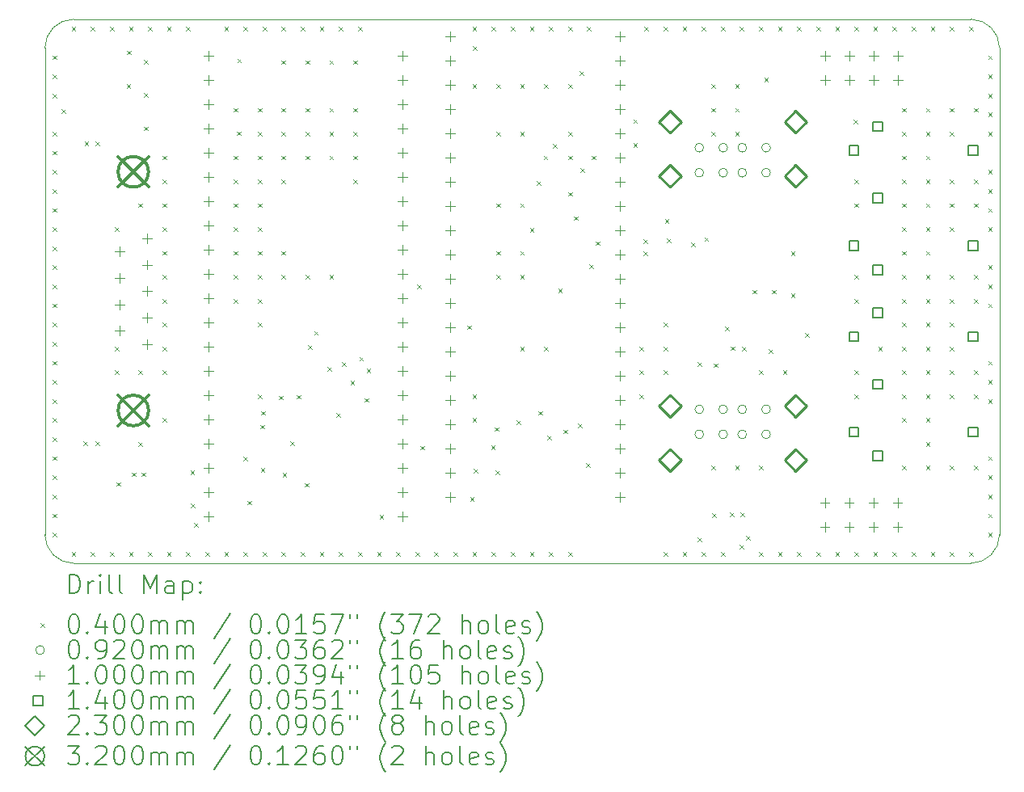
<source format=gbr>
%TF.GenerationSoftware,KiCad,Pcbnew,8.0.4+dfsg-1*%
%TF.CreationDate,2025-03-28T09:18:50+01:00*%
%TF.ProjectId,MiSTeryShield20kRPiPicoUSB,4d695354-6572-4795-9368-69656c643230,V2*%
%TF.SameCoordinates,Original*%
%TF.FileFunction,Drillmap*%
%TF.FilePolarity,Positive*%
%FSLAX45Y45*%
G04 Gerber Fmt 4.5, Leading zero omitted, Abs format (unit mm)*
G04 Created by KiCad (PCBNEW 8.0.4+dfsg-1) date 2025-03-28 09:18:50*
%MOMM*%
%LPD*%
G01*
G04 APERTURE LIST*
%ADD10C,0.100000*%
%ADD11C,0.200000*%
%ADD12C,0.140000*%
%ADD13C,0.230000*%
%ADD14C,0.320000*%
G04 APERTURE END LIST*
D10*
X16889200Y-3860000D02*
G75*
G02*
X17189200Y-4160000I0J-300000D01*
G01*
X16889200Y-3860000D02*
X7489200Y-3860000D01*
X17189200Y-9260000D02*
X17189200Y-4160000D01*
X7489200Y-9560000D02*
X16889200Y-9560000D01*
X7489200Y-9560000D02*
G75*
G02*
X7189200Y-9260000I0J300000D01*
G01*
X7189200Y-4160000D02*
X7189200Y-9260000D01*
X7189200Y-4160000D02*
G75*
G02*
X7489200Y-3860000I300000J0D01*
G01*
X17189200Y-9260000D02*
G75*
G02*
X16889200Y-9560000I-300000J0D01*
G01*
D11*
D10*
X7269200Y-4240000D02*
X7309200Y-4280000D01*
X7309200Y-4240000D02*
X7269200Y-4280000D01*
X7269200Y-4440000D02*
X7309200Y-4480000D01*
X7309200Y-4440000D02*
X7269200Y-4480000D01*
X7269200Y-4640000D02*
X7309200Y-4680000D01*
X7309200Y-4640000D02*
X7269200Y-4680000D01*
X7269200Y-5040000D02*
X7309200Y-5080000D01*
X7309200Y-5040000D02*
X7269200Y-5080000D01*
X7269200Y-5240000D02*
X7309200Y-5280000D01*
X7309200Y-5240000D02*
X7269200Y-5280000D01*
X7269200Y-5440000D02*
X7309200Y-5480000D01*
X7309200Y-5440000D02*
X7269200Y-5480000D01*
X7269200Y-5640000D02*
X7309200Y-5680000D01*
X7309200Y-5640000D02*
X7269200Y-5680000D01*
X7269200Y-5840000D02*
X7309200Y-5880000D01*
X7309200Y-5840000D02*
X7269200Y-5880000D01*
X7269200Y-6040000D02*
X7309200Y-6080000D01*
X7309200Y-6040000D02*
X7269200Y-6080000D01*
X7269200Y-6240000D02*
X7309200Y-6280000D01*
X7309200Y-6240000D02*
X7269200Y-6280000D01*
X7269200Y-6440000D02*
X7309200Y-6480000D01*
X7309200Y-6440000D02*
X7269200Y-6480000D01*
X7269200Y-6640000D02*
X7309200Y-6680000D01*
X7309200Y-6640000D02*
X7269200Y-6680000D01*
X7269200Y-6840000D02*
X7309200Y-6880000D01*
X7309200Y-6840000D02*
X7269200Y-6880000D01*
X7269200Y-7040000D02*
X7309200Y-7080000D01*
X7309200Y-7040000D02*
X7269200Y-7080000D01*
X7269200Y-7240000D02*
X7309200Y-7280000D01*
X7309200Y-7240000D02*
X7269200Y-7280000D01*
X7269200Y-7440000D02*
X7309200Y-7480000D01*
X7309200Y-7440000D02*
X7269200Y-7480000D01*
X7269200Y-7640000D02*
X7309200Y-7680000D01*
X7309200Y-7640000D02*
X7269200Y-7680000D01*
X7269200Y-7840000D02*
X7309200Y-7880000D01*
X7309200Y-7840000D02*
X7269200Y-7880000D01*
X7269200Y-8040000D02*
X7309200Y-8080000D01*
X7309200Y-8040000D02*
X7269200Y-8080000D01*
X7269200Y-8240000D02*
X7309200Y-8280000D01*
X7309200Y-8240000D02*
X7269200Y-8280000D01*
X7269200Y-8440000D02*
X7309200Y-8480000D01*
X7309200Y-8440000D02*
X7269200Y-8480000D01*
X7269200Y-8640000D02*
X7309200Y-8680000D01*
X7309200Y-8640000D02*
X7269200Y-8680000D01*
X7269200Y-8840000D02*
X7309200Y-8880000D01*
X7309200Y-8840000D02*
X7269200Y-8880000D01*
X7269200Y-9040000D02*
X7309200Y-9080000D01*
X7309200Y-9040000D02*
X7269200Y-9080000D01*
X7269200Y-9240000D02*
X7309200Y-9280000D01*
X7309200Y-9240000D02*
X7269200Y-9280000D01*
X7362950Y-4803750D02*
X7402950Y-4843750D01*
X7402950Y-4803750D02*
X7362950Y-4843750D01*
X7469200Y-3940000D02*
X7509200Y-3980000D01*
X7509200Y-3940000D02*
X7469200Y-3980000D01*
X7469200Y-9440000D02*
X7509200Y-9480000D01*
X7509200Y-9440000D02*
X7469200Y-9480000D01*
X7594200Y-8285000D02*
X7634200Y-8325000D01*
X7634200Y-8285000D02*
X7594200Y-8325000D01*
X7604200Y-5140000D02*
X7644200Y-5180000D01*
X7644200Y-5140000D02*
X7604200Y-5180000D01*
X7669200Y-3940000D02*
X7709200Y-3980000D01*
X7709200Y-3940000D02*
X7669200Y-3980000D01*
X7669200Y-9440000D02*
X7709200Y-9480000D01*
X7709200Y-9440000D02*
X7669200Y-9480000D01*
X7719200Y-5140000D02*
X7759200Y-5180000D01*
X7759200Y-5140000D02*
X7719200Y-5180000D01*
X7719200Y-8285000D02*
X7759200Y-8325000D01*
X7759200Y-8285000D02*
X7719200Y-8325000D01*
X7869200Y-3940000D02*
X7909200Y-3980000D01*
X7909200Y-3940000D02*
X7869200Y-3980000D01*
X7869200Y-9440000D02*
X7909200Y-9480000D01*
X7909200Y-9440000D02*
X7869200Y-9480000D01*
X7919200Y-6040000D02*
X7959200Y-6080000D01*
X7959200Y-6040000D02*
X7919200Y-6080000D01*
X7919200Y-7290000D02*
X7959200Y-7330000D01*
X7959200Y-7290000D02*
X7919200Y-7330000D01*
X7919200Y-7540000D02*
X7959200Y-7580000D01*
X7959200Y-7540000D02*
X7919200Y-7580000D01*
X7939200Y-8710000D02*
X7979200Y-8750000D01*
X7979200Y-8710000D02*
X7939200Y-8750000D01*
X8044200Y-4540000D02*
X8084200Y-4580000D01*
X8084200Y-4540000D02*
X8044200Y-4580000D01*
X8049200Y-4190000D02*
X8089200Y-4230000D01*
X8089200Y-4190000D02*
X8049200Y-4230000D01*
X8069200Y-3940000D02*
X8109200Y-3980000D01*
X8109200Y-3940000D02*
X8069200Y-3980000D01*
X8069200Y-9440000D02*
X8109200Y-9480000D01*
X8109200Y-9440000D02*
X8069200Y-9480000D01*
X8099200Y-8610000D02*
X8139200Y-8650000D01*
X8139200Y-8610000D02*
X8099200Y-8650000D01*
X8169200Y-5790000D02*
X8209200Y-5830000D01*
X8209200Y-5790000D02*
X8169200Y-5830000D01*
X8169200Y-7540000D02*
X8209200Y-7580000D01*
X8209200Y-7540000D02*
X8169200Y-7580000D01*
X8169200Y-8290000D02*
X8209200Y-8330000D01*
X8209200Y-8290000D02*
X8169200Y-8330000D01*
X8199200Y-8610000D02*
X8239200Y-8650000D01*
X8239200Y-8610000D02*
X8199200Y-8650000D01*
X8229200Y-4285000D02*
X8269200Y-4325000D01*
X8269200Y-4285000D02*
X8229200Y-4325000D01*
X8229200Y-4635000D02*
X8269200Y-4675000D01*
X8269200Y-4635000D02*
X8229200Y-4675000D01*
X8229200Y-4985000D02*
X8269200Y-5025000D01*
X8269200Y-4985000D02*
X8229200Y-5025000D01*
X8269200Y-3940000D02*
X8309200Y-3980000D01*
X8309200Y-3940000D02*
X8269200Y-3980000D01*
X8269200Y-9440000D02*
X8309200Y-9480000D01*
X8309200Y-9440000D02*
X8269200Y-9480000D01*
X8419200Y-5290000D02*
X8459200Y-5330000D01*
X8459200Y-5290000D02*
X8419200Y-5330000D01*
X8419200Y-5540000D02*
X8459200Y-5580000D01*
X8459200Y-5540000D02*
X8419200Y-5580000D01*
X8419200Y-5790000D02*
X8459200Y-5830000D01*
X8459200Y-5790000D02*
X8419200Y-5830000D01*
X8419200Y-6040000D02*
X8459200Y-6080000D01*
X8459200Y-6040000D02*
X8419200Y-6080000D01*
X8419200Y-6290000D02*
X8459200Y-6330000D01*
X8459200Y-6290000D02*
X8419200Y-6330000D01*
X8419200Y-6540000D02*
X8459200Y-6580000D01*
X8459200Y-6540000D02*
X8419200Y-6580000D01*
X8419200Y-6790000D02*
X8459200Y-6830000D01*
X8459200Y-6790000D02*
X8419200Y-6830000D01*
X8419200Y-7040000D02*
X8459200Y-7080000D01*
X8459200Y-7040000D02*
X8419200Y-7080000D01*
X8419200Y-7290000D02*
X8459200Y-7330000D01*
X8459200Y-7290000D02*
X8419200Y-7330000D01*
X8419200Y-7540000D02*
X8459200Y-7580000D01*
X8459200Y-7540000D02*
X8419200Y-7580000D01*
X8419200Y-8040000D02*
X8459200Y-8080000D01*
X8459200Y-8040000D02*
X8419200Y-8080000D01*
X8469200Y-3940000D02*
X8509200Y-3980000D01*
X8509200Y-3940000D02*
X8469200Y-3980000D01*
X8469200Y-9440000D02*
X8509200Y-9480000D01*
X8509200Y-9440000D02*
X8469200Y-9480000D01*
X8669200Y-3940000D02*
X8709200Y-3980000D01*
X8709200Y-3940000D02*
X8669200Y-3980000D01*
X8669200Y-9440000D02*
X8709200Y-9480000D01*
X8709200Y-9440000D02*
X8669200Y-9480000D01*
X8714200Y-8586250D02*
X8754200Y-8626250D01*
X8754200Y-8586250D02*
X8714200Y-8626250D01*
X8717950Y-8936250D02*
X8757950Y-8976250D01*
X8757950Y-8936250D02*
X8717950Y-8976250D01*
X8749200Y-9140000D02*
X8789200Y-9180000D01*
X8789200Y-9140000D02*
X8749200Y-9180000D01*
X8869200Y-9440000D02*
X8909200Y-9480000D01*
X8909200Y-9440000D02*
X8869200Y-9480000D01*
X9069200Y-3940000D02*
X9109200Y-3980000D01*
X9109200Y-3940000D02*
X9069200Y-3980000D01*
X9069200Y-9440000D02*
X9109200Y-9480000D01*
X9109200Y-9440000D02*
X9069200Y-9480000D01*
X9169200Y-4790000D02*
X9209200Y-4830000D01*
X9209200Y-4790000D02*
X9169200Y-4830000D01*
X9169200Y-5290000D02*
X9209200Y-5330000D01*
X9209200Y-5290000D02*
X9169200Y-5330000D01*
X9169200Y-5540000D02*
X9209200Y-5580000D01*
X9209200Y-5540000D02*
X9169200Y-5580000D01*
X9169200Y-5790000D02*
X9209200Y-5830000D01*
X9209200Y-5790000D02*
X9169200Y-5830000D01*
X9169200Y-6040000D02*
X9209200Y-6080000D01*
X9209200Y-6040000D02*
X9169200Y-6080000D01*
X9169200Y-6290000D02*
X9209200Y-6330000D01*
X9209200Y-6290000D02*
X9169200Y-6330000D01*
X9169200Y-6540000D02*
X9209200Y-6580000D01*
X9209200Y-6540000D02*
X9169200Y-6580000D01*
X9169200Y-6790000D02*
X9209200Y-6830000D01*
X9209200Y-6790000D02*
X9169200Y-6830000D01*
X9199200Y-5035000D02*
X9239200Y-5075000D01*
X9239200Y-5035000D02*
X9199200Y-5075000D01*
X9204200Y-4273000D02*
X9244200Y-4313000D01*
X9244200Y-4273000D02*
X9204200Y-4313000D01*
X9269200Y-3940000D02*
X9309200Y-3980000D01*
X9309200Y-3940000D02*
X9269200Y-3980000D01*
X9269200Y-8445000D02*
X9309200Y-8485000D01*
X9309200Y-8445000D02*
X9269200Y-8485000D01*
X9269200Y-9440000D02*
X9309200Y-9480000D01*
X9309200Y-9440000D02*
X9269200Y-9480000D01*
X9309200Y-8905000D02*
X9349200Y-8945000D01*
X9349200Y-8905000D02*
X9309200Y-8945000D01*
X9419200Y-4790000D02*
X9459200Y-4830000D01*
X9459200Y-4790000D02*
X9419200Y-4830000D01*
X9419200Y-5040000D02*
X9459200Y-5080000D01*
X9459200Y-5040000D02*
X9419200Y-5080000D01*
X9419200Y-5290000D02*
X9459200Y-5330000D01*
X9459200Y-5290000D02*
X9419200Y-5330000D01*
X9419200Y-5540000D02*
X9459200Y-5580000D01*
X9459200Y-5540000D02*
X9419200Y-5580000D01*
X9419200Y-5790000D02*
X9459200Y-5830000D01*
X9459200Y-5790000D02*
X9419200Y-5830000D01*
X9419200Y-6040000D02*
X9459200Y-6080000D01*
X9459200Y-6040000D02*
X9419200Y-6080000D01*
X9419200Y-6290000D02*
X9459200Y-6330000D01*
X9459200Y-6290000D02*
X9419200Y-6330000D01*
X9419200Y-6540000D02*
X9459200Y-6580000D01*
X9459200Y-6540000D02*
X9419200Y-6580000D01*
X9419200Y-6790000D02*
X9459200Y-6830000D01*
X9459200Y-6790000D02*
X9419200Y-6830000D01*
X9419200Y-7040000D02*
X9459200Y-7080000D01*
X9459200Y-7040000D02*
X9419200Y-7080000D01*
X9419200Y-7790000D02*
X9459200Y-7830000D01*
X9459200Y-7790000D02*
X9419200Y-7830000D01*
X9444200Y-8110000D02*
X9484200Y-8150000D01*
X9484200Y-8110000D02*
X9444200Y-8150000D01*
X9449200Y-8560000D02*
X9489200Y-8600000D01*
X9489200Y-8560000D02*
X9449200Y-8600000D01*
X9454200Y-7965000D02*
X9494200Y-8005000D01*
X9494200Y-7965000D02*
X9454200Y-8005000D01*
X9469200Y-3940000D02*
X9509200Y-3980000D01*
X9509200Y-3940000D02*
X9469200Y-3980000D01*
X9469200Y-9440000D02*
X9509200Y-9480000D01*
X9509200Y-9440000D02*
X9469200Y-9480000D01*
X9643200Y-7805000D02*
X9683200Y-7845000D01*
X9683200Y-7805000D02*
X9643200Y-7845000D01*
X9669200Y-3940000D02*
X9709200Y-3980000D01*
X9709200Y-3940000D02*
X9669200Y-3980000D01*
X9669200Y-4290000D02*
X9709200Y-4330000D01*
X9709200Y-4290000D02*
X9669200Y-4330000D01*
X9669200Y-4790000D02*
X9709200Y-4830000D01*
X9709200Y-4790000D02*
X9669200Y-4830000D01*
X9669200Y-5040000D02*
X9709200Y-5080000D01*
X9709200Y-5040000D02*
X9669200Y-5080000D01*
X9669200Y-5290000D02*
X9709200Y-5330000D01*
X9709200Y-5290000D02*
X9669200Y-5330000D01*
X9669200Y-5540000D02*
X9709200Y-5580000D01*
X9709200Y-5540000D02*
X9669200Y-5580000D01*
X9669200Y-6290000D02*
X9709200Y-6330000D01*
X9709200Y-6290000D02*
X9669200Y-6330000D01*
X9669200Y-6540000D02*
X9709200Y-6580000D01*
X9709200Y-6540000D02*
X9669200Y-6580000D01*
X9669200Y-9440000D02*
X9709200Y-9480000D01*
X9709200Y-9440000D02*
X9669200Y-9480000D01*
X9679200Y-8615000D02*
X9719200Y-8655000D01*
X9719200Y-8615000D02*
X9679200Y-8655000D01*
X9759200Y-8285000D02*
X9799200Y-8325000D01*
X9799200Y-8285000D02*
X9759200Y-8325000D01*
X9824200Y-7795000D02*
X9864200Y-7835000D01*
X9864200Y-7795000D02*
X9824200Y-7835000D01*
X9869200Y-3940000D02*
X9909200Y-3980000D01*
X9909200Y-3940000D02*
X9869200Y-3980000D01*
X9869200Y-9440000D02*
X9909200Y-9480000D01*
X9909200Y-9440000D02*
X9869200Y-9480000D01*
X9914200Y-8720000D02*
X9954200Y-8760000D01*
X9954200Y-8720000D02*
X9914200Y-8760000D01*
X9919200Y-4290000D02*
X9959200Y-4330000D01*
X9959200Y-4290000D02*
X9919200Y-4330000D01*
X9919200Y-4790000D02*
X9959200Y-4830000D01*
X9959200Y-4790000D02*
X9919200Y-4830000D01*
X9919200Y-5040000D02*
X9959200Y-5080000D01*
X9959200Y-5040000D02*
X9919200Y-5080000D01*
X9919200Y-5290000D02*
X9959200Y-5330000D01*
X9959200Y-5290000D02*
X9919200Y-5330000D01*
X9919200Y-6540000D02*
X9959200Y-6580000D01*
X9959200Y-6540000D02*
X9919200Y-6580000D01*
X9944200Y-7275000D02*
X9984200Y-7315000D01*
X9984200Y-7275000D02*
X9944200Y-7315000D01*
X10009200Y-7127000D02*
X10049200Y-7167000D01*
X10049200Y-7127000D02*
X10009200Y-7167000D01*
X10069200Y-3940000D02*
X10109200Y-3980000D01*
X10109200Y-3940000D02*
X10069200Y-3980000D01*
X10069200Y-9440000D02*
X10109200Y-9480000D01*
X10109200Y-9440000D02*
X10069200Y-9480000D01*
X10149200Y-7505000D02*
X10189200Y-7545000D01*
X10189200Y-7505000D02*
X10149200Y-7545000D01*
X10169200Y-4290000D02*
X10209200Y-4330000D01*
X10209200Y-4290000D02*
X10169200Y-4330000D01*
X10169200Y-4790000D02*
X10209200Y-4830000D01*
X10209200Y-4790000D02*
X10169200Y-4830000D01*
X10169200Y-5040000D02*
X10209200Y-5080000D01*
X10209200Y-5040000D02*
X10169200Y-5080000D01*
X10169200Y-5290000D02*
X10209200Y-5330000D01*
X10209200Y-5290000D02*
X10169200Y-5330000D01*
X10169200Y-6540000D02*
X10209200Y-6580000D01*
X10209200Y-6540000D02*
X10169200Y-6580000D01*
X10239200Y-7985000D02*
X10279200Y-8025000D01*
X10279200Y-7985000D02*
X10239200Y-8025000D01*
X10269200Y-3940000D02*
X10309200Y-3980000D01*
X10309200Y-3940000D02*
X10269200Y-3980000D01*
X10269200Y-9440000D02*
X10309200Y-9480000D01*
X10309200Y-9440000D02*
X10269200Y-9480000D01*
X10299200Y-7455000D02*
X10339200Y-7495000D01*
X10339200Y-7455000D02*
X10299200Y-7495000D01*
X10389200Y-7650000D02*
X10429200Y-7690000D01*
X10429200Y-7650000D02*
X10389200Y-7690000D01*
X10419200Y-4290000D02*
X10459200Y-4330000D01*
X10459200Y-4290000D02*
X10419200Y-4330000D01*
X10419200Y-4790000D02*
X10459200Y-4830000D01*
X10459200Y-4790000D02*
X10419200Y-4830000D01*
X10419200Y-5040000D02*
X10459200Y-5080000D01*
X10459200Y-5040000D02*
X10419200Y-5080000D01*
X10419200Y-5290000D02*
X10459200Y-5330000D01*
X10459200Y-5290000D02*
X10419200Y-5330000D01*
X10419200Y-5540000D02*
X10459200Y-5580000D01*
X10459200Y-5540000D02*
X10419200Y-5580000D01*
X10469200Y-3940000D02*
X10509200Y-3980000D01*
X10509200Y-3940000D02*
X10469200Y-3980000D01*
X10469200Y-9440000D02*
X10509200Y-9480000D01*
X10509200Y-9440000D02*
X10469200Y-9480000D01*
X10484200Y-7398000D02*
X10524200Y-7438000D01*
X10524200Y-7398000D02*
X10484200Y-7438000D01*
X10539200Y-7829000D02*
X10579200Y-7869000D01*
X10579200Y-7829000D02*
X10539200Y-7869000D01*
X10559200Y-7523000D02*
X10599200Y-7563000D01*
X10599200Y-7523000D02*
X10559200Y-7563000D01*
X10669200Y-9440000D02*
X10709200Y-9480000D01*
X10709200Y-9440000D02*
X10669200Y-9480000D01*
X10694200Y-9052000D02*
X10734200Y-9092000D01*
X10734200Y-9052000D02*
X10694200Y-9092000D01*
X10869200Y-9440000D02*
X10909200Y-9480000D01*
X10909200Y-9440000D02*
X10869200Y-9480000D01*
X11069200Y-9440000D02*
X11109200Y-9480000D01*
X11109200Y-9440000D02*
X11069200Y-9480000D01*
X11091200Y-6639000D02*
X11131200Y-6679000D01*
X11131200Y-6639000D02*
X11091200Y-6679000D01*
X11124200Y-8330000D02*
X11164200Y-8370000D01*
X11164200Y-8330000D02*
X11124200Y-8370000D01*
X11269200Y-9440000D02*
X11309200Y-9480000D01*
X11309200Y-9440000D02*
X11269200Y-9480000D01*
X11469200Y-9440000D02*
X11509200Y-9480000D01*
X11509200Y-9440000D02*
X11469200Y-9480000D01*
X11612200Y-7068000D02*
X11652200Y-7108000D01*
X11652200Y-7068000D02*
X11612200Y-7108000D01*
X11644200Y-8870000D02*
X11684200Y-8910000D01*
X11684200Y-8870000D02*
X11644200Y-8910000D01*
X11669200Y-3940000D02*
X11709200Y-3980000D01*
X11709200Y-3940000D02*
X11669200Y-3980000D01*
X11669200Y-4540000D02*
X11709200Y-4580000D01*
X11709200Y-4540000D02*
X11669200Y-4580000D01*
X11669200Y-7790000D02*
X11709200Y-7830000D01*
X11709200Y-7790000D02*
X11669200Y-7830000D01*
X11669200Y-8040000D02*
X11709200Y-8080000D01*
X11709200Y-8040000D02*
X11669200Y-8080000D01*
X11669200Y-9440000D02*
X11709200Y-9480000D01*
X11709200Y-9440000D02*
X11669200Y-9480000D01*
X11674200Y-4145000D02*
X11714200Y-4185000D01*
X11714200Y-4145000D02*
X11674200Y-4185000D01*
X11683200Y-8568000D02*
X11723200Y-8608000D01*
X11723200Y-8568000D02*
X11683200Y-8608000D01*
X11864200Y-8325000D02*
X11904200Y-8365000D01*
X11904200Y-8325000D02*
X11864200Y-8365000D01*
X11869200Y-3940000D02*
X11909200Y-3980000D01*
X11909200Y-3940000D02*
X11869200Y-3980000D01*
X11869200Y-9440000D02*
X11909200Y-9480000D01*
X11909200Y-9440000D02*
X11869200Y-9480000D01*
X11899200Y-8135000D02*
X11939200Y-8175000D01*
X11939200Y-8135000D02*
X11899200Y-8175000D01*
X11909200Y-8585000D02*
X11949200Y-8625000D01*
X11949200Y-8585000D02*
X11909200Y-8625000D01*
X11919200Y-4540000D02*
X11959200Y-4580000D01*
X11959200Y-4540000D02*
X11919200Y-4580000D01*
X11919200Y-5040000D02*
X11959200Y-5080000D01*
X11959200Y-5040000D02*
X11919200Y-5080000D01*
X11919200Y-5790000D02*
X11959200Y-5830000D01*
X11959200Y-5790000D02*
X11919200Y-5830000D01*
X11919200Y-6290000D02*
X11959200Y-6330000D01*
X11959200Y-6290000D02*
X11919200Y-6330000D01*
X11919200Y-6540000D02*
X11959200Y-6580000D01*
X11959200Y-6540000D02*
X11919200Y-6580000D01*
X12069200Y-3940000D02*
X12109200Y-3980000D01*
X12109200Y-3940000D02*
X12069200Y-3980000D01*
X12069200Y-9440000D02*
X12109200Y-9480000D01*
X12109200Y-9440000D02*
X12069200Y-9480000D01*
X12129200Y-8060000D02*
X12169200Y-8100000D01*
X12169200Y-8060000D02*
X12129200Y-8100000D01*
X12169200Y-4540000D02*
X12209200Y-4580000D01*
X12209200Y-4540000D02*
X12169200Y-4580000D01*
X12169200Y-5040000D02*
X12209200Y-5080000D01*
X12209200Y-5040000D02*
X12169200Y-5080000D01*
X12169200Y-5790000D02*
X12209200Y-5830000D01*
X12209200Y-5790000D02*
X12169200Y-5830000D01*
X12169200Y-6290000D02*
X12209200Y-6330000D01*
X12209200Y-6290000D02*
X12169200Y-6330000D01*
X12169200Y-6540000D02*
X12209200Y-6580000D01*
X12209200Y-6540000D02*
X12169200Y-6580000D01*
X12169200Y-7290000D02*
X12209200Y-7330000D01*
X12209200Y-7290000D02*
X12169200Y-7330000D01*
X12269200Y-3940000D02*
X12309200Y-3980000D01*
X12309200Y-3940000D02*
X12269200Y-3980000D01*
X12269200Y-6050000D02*
X12309200Y-6090000D01*
X12309200Y-6050000D02*
X12269200Y-6090000D01*
X12269200Y-9440000D02*
X12309200Y-9480000D01*
X12309200Y-9440000D02*
X12269200Y-9480000D01*
X12339200Y-5555000D02*
X12379200Y-5595000D01*
X12379200Y-5555000D02*
X12339200Y-5595000D01*
X12359200Y-7965000D02*
X12399200Y-8005000D01*
X12399200Y-7965000D02*
X12359200Y-8005000D01*
X12414200Y-5290000D02*
X12454200Y-5330000D01*
X12454200Y-5290000D02*
X12414200Y-5330000D01*
X12419200Y-4540000D02*
X12459200Y-4580000D01*
X12459200Y-4540000D02*
X12419200Y-4580000D01*
X12419200Y-7290000D02*
X12459200Y-7330000D01*
X12459200Y-7290000D02*
X12419200Y-7330000D01*
X12454200Y-8225000D02*
X12494200Y-8265000D01*
X12494200Y-8225000D02*
X12454200Y-8265000D01*
X12469200Y-3940000D02*
X12509200Y-3980000D01*
X12509200Y-3940000D02*
X12469200Y-3980000D01*
X12469200Y-9440000D02*
X12509200Y-9480000D01*
X12509200Y-9440000D02*
X12469200Y-9480000D01*
X12509200Y-5165000D02*
X12549200Y-5205000D01*
X12549200Y-5165000D02*
X12509200Y-5205000D01*
X12566700Y-6685000D02*
X12606700Y-6725000D01*
X12606700Y-6685000D02*
X12566700Y-6725000D01*
X12619200Y-8160000D02*
X12659200Y-8200000D01*
X12659200Y-8160000D02*
X12619200Y-8200000D01*
X12669200Y-3940000D02*
X12709200Y-3980000D01*
X12709200Y-3940000D02*
X12669200Y-3980000D01*
X12669200Y-4540000D02*
X12709200Y-4580000D01*
X12709200Y-4540000D02*
X12669200Y-4580000D01*
X12669200Y-5040000D02*
X12709200Y-5080000D01*
X12709200Y-5040000D02*
X12669200Y-5080000D01*
X12669200Y-5290000D02*
X12709200Y-5330000D01*
X12709200Y-5290000D02*
X12669200Y-5330000D01*
X12669200Y-5670000D02*
X12709200Y-5710000D01*
X12709200Y-5670000D02*
X12669200Y-5710000D01*
X12669200Y-9440000D02*
X12709200Y-9480000D01*
X12709200Y-9440000D02*
X12669200Y-9480000D01*
X12734200Y-5925000D02*
X12774200Y-5965000D01*
X12774200Y-5925000D02*
X12734200Y-5965000D01*
X12774200Y-8095000D02*
X12814200Y-8135000D01*
X12814200Y-8095000D02*
X12774200Y-8135000D01*
X12792200Y-4403000D02*
X12832200Y-4443000D01*
X12832200Y-4403000D02*
X12792200Y-4443000D01*
X12799200Y-5420000D02*
X12839200Y-5460000D01*
X12839200Y-5420000D02*
X12799200Y-5460000D01*
X12859200Y-8510000D02*
X12899200Y-8550000D01*
X12899200Y-8510000D02*
X12859200Y-8550000D01*
X12869200Y-3940000D02*
X12909200Y-3980000D01*
X12909200Y-3940000D02*
X12869200Y-3980000D01*
X12894200Y-6430000D02*
X12934200Y-6470000D01*
X12934200Y-6430000D02*
X12894200Y-6470000D01*
X12919200Y-5290000D02*
X12959200Y-5330000D01*
X12959200Y-5290000D02*
X12919200Y-5330000D01*
X12956700Y-6187500D02*
X12996700Y-6227500D01*
X12996700Y-6187500D02*
X12956700Y-6227500D01*
X13354200Y-4910000D02*
X13394200Y-4950000D01*
X13394200Y-4910000D02*
X13354200Y-4950000D01*
X13354200Y-5160000D02*
X13394200Y-5200000D01*
X13394200Y-5160000D02*
X13354200Y-5200000D01*
X13419200Y-7290000D02*
X13459200Y-7330000D01*
X13459200Y-7290000D02*
X13419200Y-7330000D01*
X13419200Y-7540000D02*
X13459200Y-7580000D01*
X13459200Y-7540000D02*
X13419200Y-7580000D01*
X13419200Y-7790000D02*
X13459200Y-7830000D01*
X13459200Y-7790000D02*
X13419200Y-7830000D01*
X13459200Y-6165000D02*
X13499200Y-6205000D01*
X13499200Y-6165000D02*
X13459200Y-6205000D01*
X13459200Y-6295000D02*
X13499200Y-6335000D01*
X13499200Y-6295000D02*
X13459200Y-6335000D01*
X13469200Y-3940000D02*
X13509200Y-3980000D01*
X13509200Y-3940000D02*
X13469200Y-3980000D01*
X13669200Y-3940000D02*
X13709200Y-3980000D01*
X13709200Y-3940000D02*
X13669200Y-3980000D01*
X13669200Y-7040000D02*
X13709200Y-7080000D01*
X13709200Y-7040000D02*
X13669200Y-7080000D01*
X13669200Y-7290000D02*
X13709200Y-7330000D01*
X13709200Y-7290000D02*
X13669200Y-7330000D01*
X13669200Y-7540000D02*
X13709200Y-7580000D01*
X13709200Y-7540000D02*
X13669200Y-7580000D01*
X13669200Y-9440000D02*
X13709200Y-9480000D01*
X13709200Y-9440000D02*
X13669200Y-9480000D01*
X13684200Y-5955000D02*
X13724200Y-5995000D01*
X13724200Y-5955000D02*
X13684200Y-5995000D01*
X13704200Y-6155000D02*
X13744200Y-6195000D01*
X13744200Y-6155000D02*
X13704200Y-6195000D01*
X13869200Y-3940000D02*
X13909200Y-3980000D01*
X13909200Y-3940000D02*
X13869200Y-3980000D01*
X13869200Y-9440000D02*
X13909200Y-9480000D01*
X13909200Y-9440000D02*
X13869200Y-9480000D01*
X13959200Y-6200000D02*
X13999200Y-6240000D01*
X13999200Y-6200000D02*
X13959200Y-6240000D01*
X14024200Y-7455000D02*
X14064200Y-7495000D01*
X14064200Y-7455000D02*
X14024200Y-7495000D01*
X14024200Y-9290000D02*
X14064200Y-9330000D01*
X14064200Y-9290000D02*
X14024200Y-9330000D01*
X14069200Y-3940000D02*
X14109200Y-3980000D01*
X14109200Y-3940000D02*
X14069200Y-3980000D01*
X14069200Y-9440000D02*
X14109200Y-9480000D01*
X14109200Y-9440000D02*
X14069200Y-9480000D01*
X14099200Y-6145000D02*
X14139200Y-6185000D01*
X14139200Y-6145000D02*
X14099200Y-6185000D01*
X14169200Y-4540000D02*
X14209200Y-4580000D01*
X14209200Y-4540000D02*
X14169200Y-4580000D01*
X14169200Y-4790000D02*
X14209200Y-4830000D01*
X14209200Y-4790000D02*
X14169200Y-4830000D01*
X14169200Y-5040000D02*
X14209200Y-5080000D01*
X14209200Y-5040000D02*
X14169200Y-5080000D01*
X14169200Y-8540000D02*
X14209200Y-8580000D01*
X14209200Y-8540000D02*
X14169200Y-8580000D01*
X14179200Y-9035000D02*
X14219200Y-9075000D01*
X14219200Y-9035000D02*
X14179200Y-9075000D01*
X14194200Y-7465000D02*
X14234200Y-7505000D01*
X14234200Y-7465000D02*
X14194200Y-7505000D01*
X14269200Y-3940000D02*
X14309200Y-3980000D01*
X14309200Y-3940000D02*
X14269200Y-3980000D01*
X14269200Y-9440000D02*
X14309200Y-9480000D01*
X14309200Y-9440000D02*
X14269200Y-9480000D01*
X14314200Y-7080000D02*
X14354200Y-7120000D01*
X14354200Y-7080000D02*
X14314200Y-7120000D01*
X14364200Y-9030000D02*
X14404200Y-9070000D01*
X14404200Y-9030000D02*
X14364200Y-9070000D01*
X14371700Y-7287500D02*
X14411700Y-7327500D01*
X14411700Y-7287500D02*
X14371700Y-7327500D01*
X14419200Y-4540000D02*
X14459200Y-4580000D01*
X14459200Y-4540000D02*
X14419200Y-4580000D01*
X14419200Y-4790000D02*
X14459200Y-4830000D01*
X14459200Y-4790000D02*
X14419200Y-4830000D01*
X14419200Y-5040000D02*
X14459200Y-5080000D01*
X14459200Y-5040000D02*
X14419200Y-5080000D01*
X14419200Y-8540000D02*
X14459200Y-8580000D01*
X14459200Y-8540000D02*
X14419200Y-8580000D01*
X14469200Y-3940000D02*
X14509200Y-3980000D01*
X14509200Y-3940000D02*
X14469200Y-3980000D01*
X14469200Y-9365000D02*
X14509200Y-9405000D01*
X14509200Y-9365000D02*
X14469200Y-9405000D01*
X14474200Y-9030000D02*
X14514200Y-9070000D01*
X14514200Y-9030000D02*
X14474200Y-9070000D01*
X14489200Y-7290000D02*
X14529200Y-7330000D01*
X14529200Y-7290000D02*
X14489200Y-7330000D01*
X14534200Y-9275000D02*
X14574200Y-9315000D01*
X14574200Y-9275000D02*
X14534200Y-9315000D01*
X14604200Y-6695000D02*
X14644200Y-6735000D01*
X14644200Y-6695000D02*
X14604200Y-6735000D01*
X14669200Y-3940000D02*
X14709200Y-3980000D01*
X14709200Y-3940000D02*
X14669200Y-3980000D01*
X14669200Y-7540000D02*
X14709200Y-7580000D01*
X14709200Y-7540000D02*
X14669200Y-7580000D01*
X14669200Y-8540000D02*
X14709200Y-8580000D01*
X14709200Y-8540000D02*
X14669200Y-8580000D01*
X14669200Y-9440000D02*
X14709200Y-9480000D01*
X14709200Y-9440000D02*
X14669200Y-9480000D01*
X14724200Y-4470000D02*
X14764200Y-4510000D01*
X14764200Y-4470000D02*
X14724200Y-4510000D01*
X14774200Y-7315000D02*
X14814200Y-7355000D01*
X14814200Y-7315000D02*
X14774200Y-7355000D01*
X14804200Y-6695000D02*
X14844200Y-6735000D01*
X14844200Y-6695000D02*
X14804200Y-6735000D01*
X14869200Y-3940000D02*
X14909200Y-3980000D01*
X14909200Y-3940000D02*
X14869200Y-3980000D01*
X14869200Y-9440000D02*
X14909200Y-9480000D01*
X14909200Y-9440000D02*
X14869200Y-9480000D01*
X14919200Y-7540000D02*
X14959200Y-7580000D01*
X14959200Y-7540000D02*
X14919200Y-7580000D01*
X15004200Y-6295000D02*
X15044200Y-6335000D01*
X15044200Y-6295000D02*
X15004200Y-6335000D01*
X15004200Y-6735000D02*
X15044200Y-6775000D01*
X15044200Y-6735000D02*
X15004200Y-6775000D01*
X15069200Y-3940000D02*
X15109200Y-3980000D01*
X15109200Y-3940000D02*
X15069200Y-3980000D01*
X15069200Y-9440000D02*
X15109200Y-9480000D01*
X15109200Y-9440000D02*
X15069200Y-9480000D01*
X15154200Y-7150000D02*
X15194200Y-7190000D01*
X15194200Y-7150000D02*
X15154200Y-7190000D01*
X15269200Y-3940000D02*
X15309200Y-3980000D01*
X15309200Y-3940000D02*
X15269200Y-3980000D01*
X15269200Y-9440000D02*
X15309200Y-9480000D01*
X15309200Y-9440000D02*
X15269200Y-9480000D01*
X15469200Y-3940000D02*
X15509200Y-3980000D01*
X15509200Y-3940000D02*
X15469200Y-3980000D01*
X15469200Y-9440000D02*
X15509200Y-9480000D01*
X15509200Y-9440000D02*
X15469200Y-9480000D01*
X15659200Y-4915000D02*
X15699200Y-4955000D01*
X15699200Y-4915000D02*
X15659200Y-4955000D01*
X15669200Y-3940000D02*
X15709200Y-3980000D01*
X15709200Y-3940000D02*
X15669200Y-3980000D01*
X15669200Y-5540000D02*
X15709200Y-5580000D01*
X15709200Y-5540000D02*
X15669200Y-5580000D01*
X15669200Y-5790000D02*
X15709200Y-5830000D01*
X15709200Y-5790000D02*
X15669200Y-5830000D01*
X15669200Y-6540000D02*
X15709200Y-6580000D01*
X15709200Y-6540000D02*
X15669200Y-6580000D01*
X15669200Y-6790000D02*
X15709200Y-6830000D01*
X15709200Y-6790000D02*
X15669200Y-6830000D01*
X15669200Y-7540000D02*
X15709200Y-7580000D01*
X15709200Y-7540000D02*
X15669200Y-7580000D01*
X15669200Y-7790000D02*
X15709200Y-7830000D01*
X15709200Y-7790000D02*
X15669200Y-7830000D01*
X15669200Y-9440000D02*
X15709200Y-9480000D01*
X15709200Y-9440000D02*
X15669200Y-9480000D01*
X15869200Y-3940000D02*
X15909200Y-3980000D01*
X15909200Y-3940000D02*
X15869200Y-3980000D01*
X15869200Y-9440000D02*
X15909200Y-9480000D01*
X15909200Y-9440000D02*
X15869200Y-9480000D01*
X15919200Y-7290000D02*
X15959200Y-7330000D01*
X15959200Y-7290000D02*
X15919200Y-7330000D01*
X16069200Y-3940000D02*
X16109200Y-3980000D01*
X16109200Y-3940000D02*
X16069200Y-3980000D01*
X16069200Y-9440000D02*
X16109200Y-9480000D01*
X16109200Y-9440000D02*
X16069200Y-9480000D01*
X16169200Y-4790000D02*
X16209200Y-4830000D01*
X16209200Y-4790000D02*
X16169200Y-4830000D01*
X16169200Y-5040000D02*
X16209200Y-5080000D01*
X16209200Y-5040000D02*
X16169200Y-5080000D01*
X16169200Y-5290000D02*
X16209200Y-5330000D01*
X16209200Y-5290000D02*
X16169200Y-5330000D01*
X16169200Y-5540000D02*
X16209200Y-5580000D01*
X16209200Y-5540000D02*
X16169200Y-5580000D01*
X16169200Y-5790000D02*
X16209200Y-5830000D01*
X16209200Y-5790000D02*
X16169200Y-5830000D01*
X16169200Y-6040000D02*
X16209200Y-6080000D01*
X16209200Y-6040000D02*
X16169200Y-6080000D01*
X16169200Y-6290000D02*
X16209200Y-6330000D01*
X16209200Y-6290000D02*
X16169200Y-6330000D01*
X16169200Y-6540000D02*
X16209200Y-6580000D01*
X16209200Y-6540000D02*
X16169200Y-6580000D01*
X16169200Y-6790000D02*
X16209200Y-6830000D01*
X16209200Y-6790000D02*
X16169200Y-6830000D01*
X16169200Y-7040000D02*
X16209200Y-7080000D01*
X16209200Y-7040000D02*
X16169200Y-7080000D01*
X16169200Y-7290000D02*
X16209200Y-7330000D01*
X16209200Y-7290000D02*
X16169200Y-7330000D01*
X16169200Y-7540000D02*
X16209200Y-7580000D01*
X16209200Y-7540000D02*
X16169200Y-7580000D01*
X16169200Y-7790000D02*
X16209200Y-7830000D01*
X16209200Y-7790000D02*
X16169200Y-7830000D01*
X16169200Y-8040000D02*
X16209200Y-8080000D01*
X16209200Y-8040000D02*
X16169200Y-8080000D01*
X16169200Y-8540000D02*
X16209200Y-8580000D01*
X16209200Y-8540000D02*
X16169200Y-8580000D01*
X16269200Y-3940000D02*
X16309200Y-3980000D01*
X16309200Y-3940000D02*
X16269200Y-3980000D01*
X16269200Y-9440000D02*
X16309200Y-9480000D01*
X16309200Y-9440000D02*
X16269200Y-9480000D01*
X16419200Y-4790000D02*
X16459200Y-4830000D01*
X16459200Y-4790000D02*
X16419200Y-4830000D01*
X16419200Y-5040000D02*
X16459200Y-5080000D01*
X16459200Y-5040000D02*
X16419200Y-5080000D01*
X16419200Y-5290000D02*
X16459200Y-5330000D01*
X16459200Y-5290000D02*
X16419200Y-5330000D01*
X16419200Y-5540000D02*
X16459200Y-5580000D01*
X16459200Y-5540000D02*
X16419200Y-5580000D01*
X16419200Y-5790000D02*
X16459200Y-5830000D01*
X16459200Y-5790000D02*
X16419200Y-5830000D01*
X16419200Y-6040000D02*
X16459200Y-6080000D01*
X16459200Y-6040000D02*
X16419200Y-6080000D01*
X16419200Y-6290000D02*
X16459200Y-6330000D01*
X16459200Y-6290000D02*
X16419200Y-6330000D01*
X16419200Y-6540000D02*
X16459200Y-6580000D01*
X16459200Y-6540000D02*
X16419200Y-6580000D01*
X16419200Y-6790000D02*
X16459200Y-6830000D01*
X16459200Y-6790000D02*
X16419200Y-6830000D01*
X16419200Y-7040000D02*
X16459200Y-7080000D01*
X16459200Y-7040000D02*
X16419200Y-7080000D01*
X16419200Y-7290000D02*
X16459200Y-7330000D01*
X16459200Y-7290000D02*
X16419200Y-7330000D01*
X16419200Y-7540000D02*
X16459200Y-7580000D01*
X16459200Y-7540000D02*
X16419200Y-7580000D01*
X16419200Y-7790000D02*
X16459200Y-7830000D01*
X16459200Y-7790000D02*
X16419200Y-7830000D01*
X16419200Y-8040000D02*
X16459200Y-8080000D01*
X16459200Y-8040000D02*
X16419200Y-8080000D01*
X16419200Y-8290000D02*
X16459200Y-8330000D01*
X16459200Y-8290000D02*
X16419200Y-8330000D01*
X16419200Y-8540000D02*
X16459200Y-8580000D01*
X16459200Y-8540000D02*
X16419200Y-8580000D01*
X16469200Y-3940000D02*
X16509200Y-3980000D01*
X16509200Y-3940000D02*
X16469200Y-3980000D01*
X16469200Y-9440000D02*
X16509200Y-9480000D01*
X16509200Y-9440000D02*
X16469200Y-9480000D01*
X16669200Y-3940000D02*
X16709200Y-3980000D01*
X16709200Y-3940000D02*
X16669200Y-3980000D01*
X16669200Y-4790000D02*
X16709200Y-4830000D01*
X16709200Y-4790000D02*
X16669200Y-4830000D01*
X16669200Y-5040000D02*
X16709200Y-5080000D01*
X16709200Y-5040000D02*
X16669200Y-5080000D01*
X16669200Y-5540000D02*
X16709200Y-5580000D01*
X16709200Y-5540000D02*
X16669200Y-5580000D01*
X16669200Y-5790000D02*
X16709200Y-5830000D01*
X16709200Y-5790000D02*
X16669200Y-5830000D01*
X16669200Y-6040000D02*
X16709200Y-6080000D01*
X16709200Y-6040000D02*
X16669200Y-6080000D01*
X16669200Y-6540000D02*
X16709200Y-6580000D01*
X16709200Y-6540000D02*
X16669200Y-6580000D01*
X16669200Y-6790000D02*
X16709200Y-6830000D01*
X16709200Y-6790000D02*
X16669200Y-6830000D01*
X16669200Y-7040000D02*
X16709200Y-7080000D01*
X16709200Y-7040000D02*
X16669200Y-7080000D01*
X16669200Y-7290000D02*
X16709200Y-7330000D01*
X16709200Y-7290000D02*
X16669200Y-7330000D01*
X16669200Y-7540000D02*
X16709200Y-7580000D01*
X16709200Y-7540000D02*
X16669200Y-7580000D01*
X16669200Y-7790000D02*
X16709200Y-7830000D01*
X16709200Y-7790000D02*
X16669200Y-7830000D01*
X16669200Y-8540000D02*
X16709200Y-8580000D01*
X16709200Y-8540000D02*
X16669200Y-8580000D01*
X16669200Y-9440000D02*
X16709200Y-9480000D01*
X16709200Y-9440000D02*
X16669200Y-9480000D01*
X16869200Y-3940000D02*
X16909200Y-3980000D01*
X16909200Y-3940000D02*
X16869200Y-3980000D01*
X16869200Y-9440000D02*
X16909200Y-9480000D01*
X16909200Y-9440000D02*
X16869200Y-9480000D01*
X16919200Y-4790000D02*
X16959200Y-4830000D01*
X16959200Y-4790000D02*
X16919200Y-4830000D01*
X16919200Y-5540000D02*
X16959200Y-5580000D01*
X16959200Y-5540000D02*
X16919200Y-5580000D01*
X16919200Y-5790000D02*
X16959200Y-5830000D01*
X16959200Y-5790000D02*
X16919200Y-5830000D01*
X16919200Y-6540000D02*
X16959200Y-6580000D01*
X16959200Y-6540000D02*
X16919200Y-6580000D01*
X16919200Y-6790000D02*
X16959200Y-6830000D01*
X16959200Y-6790000D02*
X16919200Y-6830000D01*
X16919200Y-7540000D02*
X16959200Y-7580000D01*
X16959200Y-7540000D02*
X16919200Y-7580000D01*
X16919200Y-7790000D02*
X16959200Y-7830000D01*
X16959200Y-7790000D02*
X16919200Y-7830000D01*
X16919200Y-8540000D02*
X16959200Y-8580000D01*
X16959200Y-8540000D02*
X16919200Y-8580000D01*
X17069200Y-4240000D02*
X17109200Y-4280000D01*
X17109200Y-4240000D02*
X17069200Y-4280000D01*
X17069200Y-4440000D02*
X17109200Y-4480000D01*
X17109200Y-4440000D02*
X17069200Y-4480000D01*
X17069200Y-4640000D02*
X17109200Y-4680000D01*
X17109200Y-4640000D02*
X17069200Y-4680000D01*
X17069200Y-4840000D02*
X17109200Y-4880000D01*
X17109200Y-4840000D02*
X17069200Y-4880000D01*
X17069200Y-5040000D02*
X17109200Y-5080000D01*
X17109200Y-5040000D02*
X17069200Y-5080000D01*
X17069200Y-5440000D02*
X17109200Y-5480000D01*
X17109200Y-5440000D02*
X17069200Y-5480000D01*
X17069200Y-5640000D02*
X17109200Y-5680000D01*
X17109200Y-5640000D02*
X17069200Y-5680000D01*
X17069200Y-5840000D02*
X17109200Y-5880000D01*
X17109200Y-5840000D02*
X17069200Y-5880000D01*
X17069200Y-6040000D02*
X17109200Y-6080000D01*
X17109200Y-6040000D02*
X17069200Y-6080000D01*
X17069200Y-6440000D02*
X17109200Y-6480000D01*
X17109200Y-6440000D02*
X17069200Y-6480000D01*
X17069200Y-6640000D02*
X17109200Y-6680000D01*
X17109200Y-6640000D02*
X17069200Y-6680000D01*
X17069200Y-6840000D02*
X17109200Y-6880000D01*
X17109200Y-6840000D02*
X17069200Y-6880000D01*
X17069200Y-7440000D02*
X17109200Y-7480000D01*
X17109200Y-7440000D02*
X17069200Y-7480000D01*
X17069200Y-7640000D02*
X17109200Y-7680000D01*
X17109200Y-7640000D02*
X17069200Y-7680000D01*
X17069200Y-7840000D02*
X17109200Y-7880000D01*
X17109200Y-7840000D02*
X17069200Y-7880000D01*
X17069200Y-8440000D02*
X17109200Y-8480000D01*
X17109200Y-8440000D02*
X17069200Y-8480000D01*
X17069200Y-8640000D02*
X17109200Y-8680000D01*
X17109200Y-8640000D02*
X17069200Y-8680000D01*
X17069200Y-8840000D02*
X17109200Y-8880000D01*
X17109200Y-8840000D02*
X17069200Y-8880000D01*
X17069200Y-9040000D02*
X17109200Y-9080000D01*
X17109200Y-9040000D02*
X17069200Y-9080000D01*
X17069200Y-9240000D02*
X17109200Y-9280000D01*
X17109200Y-9240000D02*
X17069200Y-9280000D01*
X14090200Y-5206000D02*
G75*
G02*
X13998200Y-5206000I-46000J0D01*
G01*
X13998200Y-5206000D02*
G75*
G02*
X14090200Y-5206000I46000J0D01*
G01*
X14090200Y-5468000D02*
G75*
G02*
X13998200Y-5468000I-46000J0D01*
G01*
X13998200Y-5468000D02*
G75*
G02*
X14090200Y-5468000I46000J0D01*
G01*
X14090200Y-7947000D02*
G75*
G02*
X13998200Y-7947000I-46000J0D01*
G01*
X13998200Y-7947000D02*
G75*
G02*
X14090200Y-7947000I46000J0D01*
G01*
X14090200Y-8209000D02*
G75*
G02*
X13998200Y-8209000I-46000J0D01*
G01*
X13998200Y-8209000D02*
G75*
G02*
X14090200Y-8209000I46000J0D01*
G01*
X14340200Y-5206000D02*
G75*
G02*
X14248200Y-5206000I-46000J0D01*
G01*
X14248200Y-5206000D02*
G75*
G02*
X14340200Y-5206000I46000J0D01*
G01*
X14340200Y-5468000D02*
G75*
G02*
X14248200Y-5468000I-46000J0D01*
G01*
X14248200Y-5468000D02*
G75*
G02*
X14340200Y-5468000I46000J0D01*
G01*
X14340200Y-7947000D02*
G75*
G02*
X14248200Y-7947000I-46000J0D01*
G01*
X14248200Y-7947000D02*
G75*
G02*
X14340200Y-7947000I46000J0D01*
G01*
X14340200Y-8209000D02*
G75*
G02*
X14248200Y-8209000I-46000J0D01*
G01*
X14248200Y-8209000D02*
G75*
G02*
X14340200Y-8209000I46000J0D01*
G01*
X14540200Y-5206000D02*
G75*
G02*
X14448200Y-5206000I-46000J0D01*
G01*
X14448200Y-5206000D02*
G75*
G02*
X14540200Y-5206000I46000J0D01*
G01*
X14540200Y-5468000D02*
G75*
G02*
X14448200Y-5468000I-46000J0D01*
G01*
X14448200Y-5468000D02*
G75*
G02*
X14540200Y-5468000I46000J0D01*
G01*
X14540200Y-7947000D02*
G75*
G02*
X14448200Y-7947000I-46000J0D01*
G01*
X14448200Y-7947000D02*
G75*
G02*
X14540200Y-7947000I46000J0D01*
G01*
X14540200Y-8209000D02*
G75*
G02*
X14448200Y-8209000I-46000J0D01*
G01*
X14448200Y-8209000D02*
G75*
G02*
X14540200Y-8209000I46000J0D01*
G01*
X14790200Y-5206000D02*
G75*
G02*
X14698200Y-5206000I-46000J0D01*
G01*
X14698200Y-5206000D02*
G75*
G02*
X14790200Y-5206000I46000J0D01*
G01*
X14790200Y-5468000D02*
G75*
G02*
X14698200Y-5468000I-46000J0D01*
G01*
X14698200Y-5468000D02*
G75*
G02*
X14790200Y-5468000I46000J0D01*
G01*
X14790200Y-7947000D02*
G75*
G02*
X14698200Y-7947000I-46000J0D01*
G01*
X14698200Y-7947000D02*
G75*
G02*
X14790200Y-7947000I46000J0D01*
G01*
X14790200Y-8209000D02*
G75*
G02*
X14698200Y-8209000I-46000J0D01*
G01*
X14698200Y-8209000D02*
G75*
G02*
X14790200Y-8209000I46000J0D01*
G01*
X7973233Y-6243500D02*
X7973233Y-6343500D01*
X7923233Y-6293500D02*
X8023233Y-6293500D01*
X7973233Y-6520500D02*
X7973233Y-6620500D01*
X7923233Y-6570500D02*
X8023233Y-6570500D01*
X7973233Y-6797500D02*
X7973233Y-6897500D01*
X7923233Y-6847500D02*
X8023233Y-6847500D01*
X7973233Y-7074500D02*
X7973233Y-7174500D01*
X7923233Y-7124500D02*
X8023233Y-7124500D01*
X8257233Y-6105000D02*
X8257233Y-6205000D01*
X8207233Y-6155000D02*
X8307233Y-6155000D01*
X8257233Y-6382000D02*
X8257233Y-6482000D01*
X8207233Y-6432000D02*
X8307233Y-6432000D01*
X8257233Y-6659000D02*
X8257233Y-6759000D01*
X8207233Y-6709000D02*
X8307233Y-6709000D01*
X8257233Y-6936000D02*
X8257233Y-7036000D01*
X8207233Y-6986000D02*
X8307233Y-6986000D01*
X8257233Y-7213000D02*
X8257233Y-7313000D01*
X8207233Y-7263000D02*
X8307233Y-7263000D01*
X8902200Y-4195000D02*
X8902200Y-4295000D01*
X8852200Y-4245000D02*
X8952200Y-4245000D01*
X8902200Y-4449000D02*
X8902200Y-4549000D01*
X8852200Y-4499000D02*
X8952200Y-4499000D01*
X8902200Y-4703000D02*
X8902200Y-4803000D01*
X8852200Y-4753000D02*
X8952200Y-4753000D01*
X8902200Y-4957000D02*
X8902200Y-5057000D01*
X8852200Y-5007000D02*
X8952200Y-5007000D01*
X8902200Y-5211000D02*
X8902200Y-5311000D01*
X8852200Y-5261000D02*
X8952200Y-5261000D01*
X8902200Y-5465000D02*
X8902200Y-5565000D01*
X8852200Y-5515000D02*
X8952200Y-5515000D01*
X8902200Y-5719000D02*
X8902200Y-5819000D01*
X8852200Y-5769000D02*
X8952200Y-5769000D01*
X8902200Y-5973000D02*
X8902200Y-6073000D01*
X8852200Y-6023000D02*
X8952200Y-6023000D01*
X8902200Y-6227000D02*
X8902200Y-6327000D01*
X8852200Y-6277000D02*
X8952200Y-6277000D01*
X8902200Y-6481000D02*
X8902200Y-6581000D01*
X8852200Y-6531000D02*
X8952200Y-6531000D01*
X8902200Y-6735000D02*
X8902200Y-6835000D01*
X8852200Y-6785000D02*
X8952200Y-6785000D01*
X8902200Y-6989000D02*
X8902200Y-7089000D01*
X8852200Y-7039000D02*
X8952200Y-7039000D01*
X8902200Y-7243000D02*
X8902200Y-7343000D01*
X8852200Y-7293000D02*
X8952200Y-7293000D01*
X8902200Y-7497000D02*
X8902200Y-7597000D01*
X8852200Y-7547000D02*
X8952200Y-7547000D01*
X8902200Y-7751000D02*
X8902200Y-7851000D01*
X8852200Y-7801000D02*
X8952200Y-7801000D01*
X8902200Y-8005000D02*
X8902200Y-8105000D01*
X8852200Y-8055000D02*
X8952200Y-8055000D01*
X8902200Y-8259000D02*
X8902200Y-8359000D01*
X8852200Y-8309000D02*
X8952200Y-8309000D01*
X8902200Y-8513000D02*
X8902200Y-8613000D01*
X8852200Y-8563000D02*
X8952200Y-8563000D01*
X8902200Y-8767000D02*
X8902200Y-8867000D01*
X8852200Y-8817000D02*
X8952200Y-8817000D01*
X8902200Y-9021000D02*
X8902200Y-9121000D01*
X8852200Y-9071000D02*
X8952200Y-9071000D01*
X10934200Y-4195000D02*
X10934200Y-4295000D01*
X10884200Y-4245000D02*
X10984200Y-4245000D01*
X10934200Y-4449000D02*
X10934200Y-4549000D01*
X10884200Y-4499000D02*
X10984200Y-4499000D01*
X10934200Y-4703000D02*
X10934200Y-4803000D01*
X10884200Y-4753000D02*
X10984200Y-4753000D01*
X10934200Y-4957000D02*
X10934200Y-5057000D01*
X10884200Y-5007000D02*
X10984200Y-5007000D01*
X10934200Y-5211000D02*
X10934200Y-5311000D01*
X10884200Y-5261000D02*
X10984200Y-5261000D01*
X10934200Y-5465000D02*
X10934200Y-5565000D01*
X10884200Y-5515000D02*
X10984200Y-5515000D01*
X10934200Y-5719000D02*
X10934200Y-5819000D01*
X10884200Y-5769000D02*
X10984200Y-5769000D01*
X10934200Y-5973000D02*
X10934200Y-6073000D01*
X10884200Y-6023000D02*
X10984200Y-6023000D01*
X10934200Y-6227000D02*
X10934200Y-6327000D01*
X10884200Y-6277000D02*
X10984200Y-6277000D01*
X10934200Y-6481000D02*
X10934200Y-6581000D01*
X10884200Y-6531000D02*
X10984200Y-6531000D01*
X10934200Y-6735000D02*
X10934200Y-6835000D01*
X10884200Y-6785000D02*
X10984200Y-6785000D01*
X10934200Y-6989000D02*
X10934200Y-7089000D01*
X10884200Y-7039000D02*
X10984200Y-7039000D01*
X10934200Y-7243000D02*
X10934200Y-7343000D01*
X10884200Y-7293000D02*
X10984200Y-7293000D01*
X10934200Y-7497000D02*
X10934200Y-7597000D01*
X10884200Y-7547000D02*
X10984200Y-7547000D01*
X10934200Y-7751000D02*
X10934200Y-7851000D01*
X10884200Y-7801000D02*
X10984200Y-7801000D01*
X10934200Y-8005000D02*
X10934200Y-8105000D01*
X10884200Y-8055000D02*
X10984200Y-8055000D01*
X10934200Y-8259000D02*
X10934200Y-8359000D01*
X10884200Y-8309000D02*
X10984200Y-8309000D01*
X10934200Y-8513000D02*
X10934200Y-8613000D01*
X10884200Y-8563000D02*
X10984200Y-8563000D01*
X10934200Y-8767000D02*
X10934200Y-8867000D01*
X10884200Y-8817000D02*
X10984200Y-8817000D01*
X10934200Y-9021000D02*
X10934200Y-9121000D01*
X10884200Y-9071000D02*
X10984200Y-9071000D01*
X11434100Y-3990000D02*
X11434100Y-4090000D01*
X11384100Y-4040000D02*
X11484100Y-4040000D01*
X11434100Y-4244000D02*
X11434100Y-4344000D01*
X11384100Y-4294000D02*
X11484100Y-4294000D01*
X11434100Y-4498000D02*
X11434100Y-4598000D01*
X11384100Y-4548000D02*
X11484100Y-4548000D01*
X11434100Y-4752000D02*
X11434100Y-4852000D01*
X11384100Y-4802000D02*
X11484100Y-4802000D01*
X11434100Y-5006000D02*
X11434100Y-5106000D01*
X11384100Y-5056000D02*
X11484100Y-5056000D01*
X11434100Y-5260000D02*
X11434100Y-5360000D01*
X11384100Y-5310000D02*
X11484100Y-5310000D01*
X11434100Y-5514000D02*
X11434100Y-5614000D01*
X11384100Y-5564000D02*
X11484100Y-5564000D01*
X11434100Y-5768000D02*
X11434100Y-5868000D01*
X11384100Y-5818000D02*
X11484100Y-5818000D01*
X11434100Y-6022000D02*
X11434100Y-6122000D01*
X11384100Y-6072000D02*
X11484100Y-6072000D01*
X11434100Y-6276000D02*
X11434100Y-6376000D01*
X11384100Y-6326000D02*
X11484100Y-6326000D01*
X11434100Y-6530000D02*
X11434100Y-6630000D01*
X11384100Y-6580000D02*
X11484100Y-6580000D01*
X11434100Y-6784000D02*
X11434100Y-6884000D01*
X11384100Y-6834000D02*
X11484100Y-6834000D01*
X11434100Y-7038000D02*
X11434100Y-7138000D01*
X11384100Y-7088000D02*
X11484100Y-7088000D01*
X11434100Y-7292000D02*
X11434100Y-7392000D01*
X11384100Y-7342000D02*
X11484100Y-7342000D01*
X11434100Y-7546000D02*
X11434100Y-7646000D01*
X11384100Y-7596000D02*
X11484100Y-7596000D01*
X11434100Y-7800000D02*
X11434100Y-7900000D01*
X11384100Y-7850000D02*
X11484100Y-7850000D01*
X11434100Y-8054000D02*
X11434100Y-8154000D01*
X11384100Y-8104000D02*
X11484100Y-8104000D01*
X11434100Y-8308000D02*
X11434100Y-8408000D01*
X11384100Y-8358000D02*
X11484100Y-8358000D01*
X11434100Y-8562000D02*
X11434100Y-8662000D01*
X11384100Y-8612000D02*
X11484100Y-8612000D01*
X11434100Y-8816000D02*
X11434100Y-8916000D01*
X11384100Y-8866000D02*
X11484100Y-8866000D01*
X13212200Y-3989000D02*
X13212200Y-4089000D01*
X13162200Y-4039000D02*
X13262200Y-4039000D01*
X13212200Y-4243000D02*
X13212200Y-4343000D01*
X13162200Y-4293000D02*
X13262200Y-4293000D01*
X13212200Y-4497000D02*
X13212200Y-4597000D01*
X13162200Y-4547000D02*
X13262200Y-4547000D01*
X13212200Y-4751000D02*
X13212200Y-4851000D01*
X13162200Y-4801000D02*
X13262200Y-4801000D01*
X13212200Y-5005000D02*
X13212200Y-5105000D01*
X13162200Y-5055000D02*
X13262200Y-5055000D01*
X13212200Y-5259000D02*
X13212200Y-5359000D01*
X13162200Y-5309000D02*
X13262200Y-5309000D01*
X13212200Y-5513000D02*
X13212200Y-5613000D01*
X13162200Y-5563000D02*
X13262200Y-5563000D01*
X13212200Y-5767000D02*
X13212200Y-5867000D01*
X13162200Y-5817000D02*
X13262200Y-5817000D01*
X13212200Y-6021000D02*
X13212200Y-6121000D01*
X13162200Y-6071000D02*
X13262200Y-6071000D01*
X13212200Y-6275000D02*
X13212200Y-6375000D01*
X13162200Y-6325000D02*
X13262200Y-6325000D01*
X13212200Y-6529000D02*
X13212200Y-6629000D01*
X13162200Y-6579000D02*
X13262200Y-6579000D01*
X13212200Y-6783000D02*
X13212200Y-6883000D01*
X13162200Y-6833000D02*
X13262200Y-6833000D01*
X13212200Y-7037000D02*
X13212200Y-7137000D01*
X13162200Y-7087000D02*
X13262200Y-7087000D01*
X13212200Y-7291000D02*
X13212200Y-7391000D01*
X13162200Y-7341000D02*
X13262200Y-7341000D01*
X13212200Y-7545000D02*
X13212200Y-7645000D01*
X13162200Y-7595000D02*
X13262200Y-7595000D01*
X13212200Y-7799000D02*
X13212200Y-7899000D01*
X13162200Y-7849000D02*
X13262200Y-7849000D01*
X13212200Y-8053000D02*
X13212200Y-8153000D01*
X13162200Y-8103000D02*
X13262200Y-8103000D01*
X13212200Y-8307000D02*
X13212200Y-8407000D01*
X13162200Y-8357000D02*
X13262200Y-8357000D01*
X13212200Y-8561000D02*
X13212200Y-8661000D01*
X13162200Y-8611000D02*
X13262200Y-8611000D01*
X13212200Y-8815000D02*
X13212200Y-8915000D01*
X13162200Y-8865000D02*
X13262200Y-8865000D01*
X15359200Y-8875000D02*
X15359200Y-8975000D01*
X15309200Y-8925000D02*
X15409200Y-8925000D01*
X15359200Y-9129000D02*
X15359200Y-9229000D01*
X15309200Y-9179000D02*
X15409200Y-9179000D01*
X15361200Y-4190000D02*
X15361200Y-4290000D01*
X15311200Y-4240000D02*
X15411200Y-4240000D01*
X15361200Y-4444000D02*
X15361200Y-4544000D01*
X15311200Y-4494000D02*
X15411200Y-4494000D01*
X15613200Y-8875000D02*
X15613200Y-8975000D01*
X15563200Y-8925000D02*
X15663200Y-8925000D01*
X15613200Y-9129000D02*
X15613200Y-9229000D01*
X15563200Y-9179000D02*
X15663200Y-9179000D01*
X15615200Y-4190000D02*
X15615200Y-4290000D01*
X15565200Y-4240000D02*
X15665200Y-4240000D01*
X15615200Y-4444000D02*
X15615200Y-4544000D01*
X15565200Y-4494000D02*
X15665200Y-4494000D01*
X15867200Y-8875000D02*
X15867200Y-8975000D01*
X15817200Y-8925000D02*
X15917200Y-8925000D01*
X15867200Y-9129000D02*
X15867200Y-9229000D01*
X15817200Y-9179000D02*
X15917200Y-9179000D01*
X15869200Y-4190000D02*
X15869200Y-4290000D01*
X15819200Y-4240000D02*
X15919200Y-4240000D01*
X15869200Y-4444000D02*
X15869200Y-4544000D01*
X15819200Y-4494000D02*
X15919200Y-4494000D01*
X16121200Y-8875000D02*
X16121200Y-8975000D01*
X16071200Y-8925000D02*
X16171200Y-8925000D01*
X16121200Y-9129000D02*
X16121200Y-9229000D01*
X16071200Y-9179000D02*
X16171200Y-9179000D01*
X16123200Y-4190000D02*
X16123200Y-4290000D01*
X16073200Y-4240000D02*
X16173200Y-4240000D01*
X16123200Y-4444000D02*
X16123200Y-4544000D01*
X16073200Y-4494000D02*
X16173200Y-4494000D01*
D12*
X15713698Y-5284498D02*
X15713698Y-5185502D01*
X15614702Y-5185502D01*
X15614702Y-5284498D01*
X15713698Y-5284498D01*
X15713698Y-6284498D02*
X15713698Y-6185502D01*
X15614702Y-6185502D01*
X15614702Y-6284498D01*
X15713698Y-6284498D01*
X15713698Y-7234498D02*
X15713698Y-7135502D01*
X15614702Y-7135502D01*
X15614702Y-7234498D01*
X15713698Y-7234498D01*
X15713698Y-8234498D02*
X15713698Y-8135502D01*
X15614702Y-8135502D01*
X15614702Y-8234498D01*
X15713698Y-8234498D01*
X15963698Y-5034498D02*
X15963698Y-4935502D01*
X15864702Y-4935502D01*
X15864702Y-5034498D01*
X15963698Y-5034498D01*
X15963698Y-5784498D02*
X15963698Y-5685502D01*
X15864702Y-5685502D01*
X15864702Y-5784498D01*
X15963698Y-5784498D01*
X15963698Y-6534498D02*
X15963698Y-6435502D01*
X15864702Y-6435502D01*
X15864702Y-6534498D01*
X15963698Y-6534498D01*
X15963698Y-6984498D02*
X15963698Y-6885502D01*
X15864702Y-6885502D01*
X15864702Y-6984498D01*
X15963698Y-6984498D01*
X15963698Y-7734498D02*
X15963698Y-7635502D01*
X15864702Y-7635502D01*
X15864702Y-7734498D01*
X15963698Y-7734498D01*
X15963698Y-8484498D02*
X15963698Y-8385502D01*
X15864702Y-8385502D01*
X15864702Y-8484498D01*
X15963698Y-8484498D01*
X16963698Y-5284498D02*
X16963698Y-5185502D01*
X16864702Y-5185502D01*
X16864702Y-5284498D01*
X16963698Y-5284498D01*
X16963698Y-6284498D02*
X16963698Y-6185502D01*
X16864702Y-6185502D01*
X16864702Y-6284498D01*
X16963698Y-6284498D01*
X16963698Y-7234498D02*
X16963698Y-7135502D01*
X16864702Y-7135502D01*
X16864702Y-7234498D01*
X16963698Y-7234498D01*
X16963698Y-8234498D02*
X16963698Y-8135502D01*
X16864702Y-8135502D01*
X16864702Y-8234498D01*
X16963698Y-8234498D01*
D13*
X13737200Y-5050000D02*
X13852200Y-4935000D01*
X13737200Y-4820000D01*
X13622200Y-4935000D01*
X13737200Y-5050000D01*
X13737200Y-5618000D02*
X13852200Y-5503000D01*
X13737200Y-5388000D01*
X13622200Y-5503000D01*
X13737200Y-5618000D01*
X13737200Y-8027000D02*
X13852200Y-7912000D01*
X13737200Y-7797000D01*
X13622200Y-7912000D01*
X13737200Y-8027000D01*
X13737200Y-8595000D02*
X13852200Y-8480000D01*
X13737200Y-8365000D01*
X13622200Y-8480000D01*
X13737200Y-8595000D01*
X15051200Y-5050000D02*
X15166200Y-4935000D01*
X15051200Y-4820000D01*
X14936200Y-4935000D01*
X15051200Y-5050000D01*
X15051200Y-5618000D02*
X15166200Y-5503000D01*
X15051200Y-5388000D01*
X14936200Y-5503000D01*
X15051200Y-5618000D01*
X15051200Y-8027000D02*
X15166200Y-7912000D01*
X15051200Y-7797000D01*
X14936200Y-7912000D01*
X15051200Y-8027000D01*
X15051200Y-8595000D02*
X15166200Y-8480000D01*
X15051200Y-8365000D01*
X14936200Y-8480000D01*
X15051200Y-8595000D01*
D14*
X7955233Y-5299000D02*
X8275233Y-5619000D01*
X8275233Y-5299000D02*
X7955233Y-5619000D01*
X8275233Y-5459000D02*
G75*
G02*
X7955233Y-5459000I-160000J0D01*
G01*
X7955233Y-5459000D02*
G75*
G02*
X8275233Y-5459000I160000J0D01*
G01*
X7955233Y-7799000D02*
X8275233Y-8119000D01*
X8275233Y-7799000D02*
X7955233Y-8119000D01*
X8275233Y-7959000D02*
G75*
G02*
X7955233Y-7959000I-160000J0D01*
G01*
X7955233Y-7959000D02*
G75*
G02*
X8275233Y-7959000I160000J0D01*
G01*
D11*
X7444977Y-9876484D02*
X7444977Y-9676484D01*
X7444977Y-9676484D02*
X7492596Y-9676484D01*
X7492596Y-9676484D02*
X7521167Y-9686008D01*
X7521167Y-9686008D02*
X7540215Y-9705055D01*
X7540215Y-9705055D02*
X7549739Y-9724103D01*
X7549739Y-9724103D02*
X7559262Y-9762198D01*
X7559262Y-9762198D02*
X7559262Y-9790770D01*
X7559262Y-9790770D02*
X7549739Y-9828865D01*
X7549739Y-9828865D02*
X7540215Y-9847912D01*
X7540215Y-9847912D02*
X7521167Y-9866960D01*
X7521167Y-9866960D02*
X7492596Y-9876484D01*
X7492596Y-9876484D02*
X7444977Y-9876484D01*
X7644977Y-9876484D02*
X7644977Y-9743150D01*
X7644977Y-9781246D02*
X7654501Y-9762198D01*
X7654501Y-9762198D02*
X7664024Y-9752674D01*
X7664024Y-9752674D02*
X7683072Y-9743150D01*
X7683072Y-9743150D02*
X7702120Y-9743150D01*
X7768786Y-9876484D02*
X7768786Y-9743150D01*
X7768786Y-9676484D02*
X7759262Y-9686008D01*
X7759262Y-9686008D02*
X7768786Y-9695531D01*
X7768786Y-9695531D02*
X7778310Y-9686008D01*
X7778310Y-9686008D02*
X7768786Y-9676484D01*
X7768786Y-9676484D02*
X7768786Y-9695531D01*
X7892596Y-9876484D02*
X7873548Y-9866960D01*
X7873548Y-9866960D02*
X7864024Y-9847912D01*
X7864024Y-9847912D02*
X7864024Y-9676484D01*
X7997358Y-9876484D02*
X7978310Y-9866960D01*
X7978310Y-9866960D02*
X7968786Y-9847912D01*
X7968786Y-9847912D02*
X7968786Y-9676484D01*
X8225929Y-9876484D02*
X8225929Y-9676484D01*
X8225929Y-9676484D02*
X8292596Y-9819341D01*
X8292596Y-9819341D02*
X8359262Y-9676484D01*
X8359262Y-9676484D02*
X8359262Y-9876484D01*
X8540215Y-9876484D02*
X8540215Y-9771722D01*
X8540215Y-9771722D02*
X8530691Y-9752674D01*
X8530691Y-9752674D02*
X8511644Y-9743150D01*
X8511644Y-9743150D02*
X8473548Y-9743150D01*
X8473548Y-9743150D02*
X8454501Y-9752674D01*
X8540215Y-9866960D02*
X8521167Y-9876484D01*
X8521167Y-9876484D02*
X8473548Y-9876484D01*
X8473548Y-9876484D02*
X8454501Y-9866960D01*
X8454501Y-9866960D02*
X8444977Y-9847912D01*
X8444977Y-9847912D02*
X8444977Y-9828865D01*
X8444977Y-9828865D02*
X8454501Y-9809817D01*
X8454501Y-9809817D02*
X8473548Y-9800293D01*
X8473548Y-9800293D02*
X8521167Y-9800293D01*
X8521167Y-9800293D02*
X8540215Y-9790770D01*
X8635453Y-9743150D02*
X8635453Y-9943150D01*
X8635453Y-9752674D02*
X8654501Y-9743150D01*
X8654501Y-9743150D02*
X8692596Y-9743150D01*
X8692596Y-9743150D02*
X8711644Y-9752674D01*
X8711644Y-9752674D02*
X8721167Y-9762198D01*
X8721167Y-9762198D02*
X8730691Y-9781246D01*
X8730691Y-9781246D02*
X8730691Y-9838389D01*
X8730691Y-9838389D02*
X8721167Y-9857436D01*
X8721167Y-9857436D02*
X8711644Y-9866960D01*
X8711644Y-9866960D02*
X8692596Y-9876484D01*
X8692596Y-9876484D02*
X8654501Y-9876484D01*
X8654501Y-9876484D02*
X8635453Y-9866960D01*
X8816405Y-9857436D02*
X8825929Y-9866960D01*
X8825929Y-9866960D02*
X8816405Y-9876484D01*
X8816405Y-9876484D02*
X8806882Y-9866960D01*
X8806882Y-9866960D02*
X8816405Y-9857436D01*
X8816405Y-9857436D02*
X8816405Y-9876484D01*
X8816405Y-9752674D02*
X8825929Y-9762198D01*
X8825929Y-9762198D02*
X8816405Y-9771722D01*
X8816405Y-9771722D02*
X8806882Y-9762198D01*
X8806882Y-9762198D02*
X8816405Y-9752674D01*
X8816405Y-9752674D02*
X8816405Y-9771722D01*
D10*
X7144200Y-10185000D02*
X7184200Y-10225000D01*
X7184200Y-10185000D02*
X7144200Y-10225000D01*
D11*
X7483072Y-10096484D02*
X7502120Y-10096484D01*
X7502120Y-10096484D02*
X7521167Y-10106008D01*
X7521167Y-10106008D02*
X7530691Y-10115531D01*
X7530691Y-10115531D02*
X7540215Y-10134579D01*
X7540215Y-10134579D02*
X7549739Y-10172674D01*
X7549739Y-10172674D02*
X7549739Y-10220293D01*
X7549739Y-10220293D02*
X7540215Y-10258389D01*
X7540215Y-10258389D02*
X7530691Y-10277436D01*
X7530691Y-10277436D02*
X7521167Y-10286960D01*
X7521167Y-10286960D02*
X7502120Y-10296484D01*
X7502120Y-10296484D02*
X7483072Y-10296484D01*
X7483072Y-10296484D02*
X7464024Y-10286960D01*
X7464024Y-10286960D02*
X7454501Y-10277436D01*
X7454501Y-10277436D02*
X7444977Y-10258389D01*
X7444977Y-10258389D02*
X7435453Y-10220293D01*
X7435453Y-10220293D02*
X7435453Y-10172674D01*
X7435453Y-10172674D02*
X7444977Y-10134579D01*
X7444977Y-10134579D02*
X7454501Y-10115531D01*
X7454501Y-10115531D02*
X7464024Y-10106008D01*
X7464024Y-10106008D02*
X7483072Y-10096484D01*
X7635453Y-10277436D02*
X7644977Y-10286960D01*
X7644977Y-10286960D02*
X7635453Y-10296484D01*
X7635453Y-10296484D02*
X7625929Y-10286960D01*
X7625929Y-10286960D02*
X7635453Y-10277436D01*
X7635453Y-10277436D02*
X7635453Y-10296484D01*
X7816405Y-10163150D02*
X7816405Y-10296484D01*
X7768786Y-10086960D02*
X7721167Y-10229817D01*
X7721167Y-10229817D02*
X7844977Y-10229817D01*
X7959262Y-10096484D02*
X7978310Y-10096484D01*
X7978310Y-10096484D02*
X7997358Y-10106008D01*
X7997358Y-10106008D02*
X8006882Y-10115531D01*
X8006882Y-10115531D02*
X8016405Y-10134579D01*
X8016405Y-10134579D02*
X8025929Y-10172674D01*
X8025929Y-10172674D02*
X8025929Y-10220293D01*
X8025929Y-10220293D02*
X8016405Y-10258389D01*
X8016405Y-10258389D02*
X8006882Y-10277436D01*
X8006882Y-10277436D02*
X7997358Y-10286960D01*
X7997358Y-10286960D02*
X7978310Y-10296484D01*
X7978310Y-10296484D02*
X7959262Y-10296484D01*
X7959262Y-10296484D02*
X7940215Y-10286960D01*
X7940215Y-10286960D02*
X7930691Y-10277436D01*
X7930691Y-10277436D02*
X7921167Y-10258389D01*
X7921167Y-10258389D02*
X7911643Y-10220293D01*
X7911643Y-10220293D02*
X7911643Y-10172674D01*
X7911643Y-10172674D02*
X7921167Y-10134579D01*
X7921167Y-10134579D02*
X7930691Y-10115531D01*
X7930691Y-10115531D02*
X7940215Y-10106008D01*
X7940215Y-10106008D02*
X7959262Y-10096484D01*
X8149739Y-10096484D02*
X8168786Y-10096484D01*
X8168786Y-10096484D02*
X8187834Y-10106008D01*
X8187834Y-10106008D02*
X8197358Y-10115531D01*
X8197358Y-10115531D02*
X8206882Y-10134579D01*
X8206882Y-10134579D02*
X8216405Y-10172674D01*
X8216405Y-10172674D02*
X8216405Y-10220293D01*
X8216405Y-10220293D02*
X8206882Y-10258389D01*
X8206882Y-10258389D02*
X8197358Y-10277436D01*
X8197358Y-10277436D02*
X8187834Y-10286960D01*
X8187834Y-10286960D02*
X8168786Y-10296484D01*
X8168786Y-10296484D02*
X8149739Y-10296484D01*
X8149739Y-10296484D02*
X8130691Y-10286960D01*
X8130691Y-10286960D02*
X8121167Y-10277436D01*
X8121167Y-10277436D02*
X8111643Y-10258389D01*
X8111643Y-10258389D02*
X8102120Y-10220293D01*
X8102120Y-10220293D02*
X8102120Y-10172674D01*
X8102120Y-10172674D02*
X8111643Y-10134579D01*
X8111643Y-10134579D02*
X8121167Y-10115531D01*
X8121167Y-10115531D02*
X8130691Y-10106008D01*
X8130691Y-10106008D02*
X8149739Y-10096484D01*
X8302120Y-10296484D02*
X8302120Y-10163150D01*
X8302120Y-10182198D02*
X8311643Y-10172674D01*
X8311643Y-10172674D02*
X8330691Y-10163150D01*
X8330691Y-10163150D02*
X8359263Y-10163150D01*
X8359263Y-10163150D02*
X8378310Y-10172674D01*
X8378310Y-10172674D02*
X8387834Y-10191722D01*
X8387834Y-10191722D02*
X8387834Y-10296484D01*
X8387834Y-10191722D02*
X8397358Y-10172674D01*
X8397358Y-10172674D02*
X8416405Y-10163150D01*
X8416405Y-10163150D02*
X8444977Y-10163150D01*
X8444977Y-10163150D02*
X8464025Y-10172674D01*
X8464025Y-10172674D02*
X8473548Y-10191722D01*
X8473548Y-10191722D02*
X8473548Y-10296484D01*
X8568786Y-10296484D02*
X8568786Y-10163150D01*
X8568786Y-10182198D02*
X8578310Y-10172674D01*
X8578310Y-10172674D02*
X8597358Y-10163150D01*
X8597358Y-10163150D02*
X8625929Y-10163150D01*
X8625929Y-10163150D02*
X8644977Y-10172674D01*
X8644977Y-10172674D02*
X8654501Y-10191722D01*
X8654501Y-10191722D02*
X8654501Y-10296484D01*
X8654501Y-10191722D02*
X8664025Y-10172674D01*
X8664025Y-10172674D02*
X8683072Y-10163150D01*
X8683072Y-10163150D02*
X8711644Y-10163150D01*
X8711644Y-10163150D02*
X8730691Y-10172674D01*
X8730691Y-10172674D02*
X8740215Y-10191722D01*
X8740215Y-10191722D02*
X8740215Y-10296484D01*
X9130691Y-10086960D02*
X8959263Y-10344103D01*
X9387834Y-10096484D02*
X9406882Y-10096484D01*
X9406882Y-10096484D02*
X9425929Y-10106008D01*
X9425929Y-10106008D02*
X9435453Y-10115531D01*
X9435453Y-10115531D02*
X9444977Y-10134579D01*
X9444977Y-10134579D02*
X9454501Y-10172674D01*
X9454501Y-10172674D02*
X9454501Y-10220293D01*
X9454501Y-10220293D02*
X9444977Y-10258389D01*
X9444977Y-10258389D02*
X9435453Y-10277436D01*
X9435453Y-10277436D02*
X9425929Y-10286960D01*
X9425929Y-10286960D02*
X9406882Y-10296484D01*
X9406882Y-10296484D02*
X9387834Y-10296484D01*
X9387834Y-10296484D02*
X9368787Y-10286960D01*
X9368787Y-10286960D02*
X9359263Y-10277436D01*
X9359263Y-10277436D02*
X9349739Y-10258389D01*
X9349739Y-10258389D02*
X9340215Y-10220293D01*
X9340215Y-10220293D02*
X9340215Y-10172674D01*
X9340215Y-10172674D02*
X9349739Y-10134579D01*
X9349739Y-10134579D02*
X9359263Y-10115531D01*
X9359263Y-10115531D02*
X9368787Y-10106008D01*
X9368787Y-10106008D02*
X9387834Y-10096484D01*
X9540215Y-10277436D02*
X9549739Y-10286960D01*
X9549739Y-10286960D02*
X9540215Y-10296484D01*
X9540215Y-10296484D02*
X9530691Y-10286960D01*
X9530691Y-10286960D02*
X9540215Y-10277436D01*
X9540215Y-10277436D02*
X9540215Y-10296484D01*
X9673548Y-10096484D02*
X9692596Y-10096484D01*
X9692596Y-10096484D02*
X9711644Y-10106008D01*
X9711644Y-10106008D02*
X9721168Y-10115531D01*
X9721168Y-10115531D02*
X9730691Y-10134579D01*
X9730691Y-10134579D02*
X9740215Y-10172674D01*
X9740215Y-10172674D02*
X9740215Y-10220293D01*
X9740215Y-10220293D02*
X9730691Y-10258389D01*
X9730691Y-10258389D02*
X9721168Y-10277436D01*
X9721168Y-10277436D02*
X9711644Y-10286960D01*
X9711644Y-10286960D02*
X9692596Y-10296484D01*
X9692596Y-10296484D02*
X9673548Y-10296484D01*
X9673548Y-10296484D02*
X9654501Y-10286960D01*
X9654501Y-10286960D02*
X9644977Y-10277436D01*
X9644977Y-10277436D02*
X9635453Y-10258389D01*
X9635453Y-10258389D02*
X9625929Y-10220293D01*
X9625929Y-10220293D02*
X9625929Y-10172674D01*
X9625929Y-10172674D02*
X9635453Y-10134579D01*
X9635453Y-10134579D02*
X9644977Y-10115531D01*
X9644977Y-10115531D02*
X9654501Y-10106008D01*
X9654501Y-10106008D02*
X9673548Y-10096484D01*
X9930691Y-10296484D02*
X9816406Y-10296484D01*
X9873548Y-10296484D02*
X9873548Y-10096484D01*
X9873548Y-10096484D02*
X9854501Y-10125055D01*
X9854501Y-10125055D02*
X9835453Y-10144103D01*
X9835453Y-10144103D02*
X9816406Y-10153627D01*
X10111644Y-10096484D02*
X10016406Y-10096484D01*
X10016406Y-10096484D02*
X10006882Y-10191722D01*
X10006882Y-10191722D02*
X10016406Y-10182198D01*
X10016406Y-10182198D02*
X10035453Y-10172674D01*
X10035453Y-10172674D02*
X10083072Y-10172674D01*
X10083072Y-10172674D02*
X10102120Y-10182198D01*
X10102120Y-10182198D02*
X10111644Y-10191722D01*
X10111644Y-10191722D02*
X10121168Y-10210770D01*
X10121168Y-10210770D02*
X10121168Y-10258389D01*
X10121168Y-10258389D02*
X10111644Y-10277436D01*
X10111644Y-10277436D02*
X10102120Y-10286960D01*
X10102120Y-10286960D02*
X10083072Y-10296484D01*
X10083072Y-10296484D02*
X10035453Y-10296484D01*
X10035453Y-10296484D02*
X10016406Y-10286960D01*
X10016406Y-10286960D02*
X10006882Y-10277436D01*
X10187834Y-10096484D02*
X10321168Y-10096484D01*
X10321168Y-10096484D02*
X10235453Y-10296484D01*
X10387834Y-10096484D02*
X10387834Y-10134579D01*
X10464025Y-10096484D02*
X10464025Y-10134579D01*
X10759263Y-10372674D02*
X10749739Y-10363150D01*
X10749739Y-10363150D02*
X10730691Y-10334579D01*
X10730691Y-10334579D02*
X10721168Y-10315531D01*
X10721168Y-10315531D02*
X10711644Y-10286960D01*
X10711644Y-10286960D02*
X10702120Y-10239341D01*
X10702120Y-10239341D02*
X10702120Y-10201246D01*
X10702120Y-10201246D02*
X10711644Y-10153627D01*
X10711644Y-10153627D02*
X10721168Y-10125055D01*
X10721168Y-10125055D02*
X10730691Y-10106008D01*
X10730691Y-10106008D02*
X10749739Y-10077436D01*
X10749739Y-10077436D02*
X10759263Y-10067912D01*
X10816406Y-10096484D02*
X10940215Y-10096484D01*
X10940215Y-10096484D02*
X10873549Y-10172674D01*
X10873549Y-10172674D02*
X10902120Y-10172674D01*
X10902120Y-10172674D02*
X10921168Y-10182198D01*
X10921168Y-10182198D02*
X10930691Y-10191722D01*
X10930691Y-10191722D02*
X10940215Y-10210770D01*
X10940215Y-10210770D02*
X10940215Y-10258389D01*
X10940215Y-10258389D02*
X10930691Y-10277436D01*
X10930691Y-10277436D02*
X10921168Y-10286960D01*
X10921168Y-10286960D02*
X10902120Y-10296484D01*
X10902120Y-10296484D02*
X10844977Y-10296484D01*
X10844977Y-10296484D02*
X10825930Y-10286960D01*
X10825930Y-10286960D02*
X10816406Y-10277436D01*
X11006882Y-10096484D02*
X11140215Y-10096484D01*
X11140215Y-10096484D02*
X11054501Y-10296484D01*
X11206882Y-10115531D02*
X11216406Y-10106008D01*
X11216406Y-10106008D02*
X11235453Y-10096484D01*
X11235453Y-10096484D02*
X11283072Y-10096484D01*
X11283072Y-10096484D02*
X11302120Y-10106008D01*
X11302120Y-10106008D02*
X11311644Y-10115531D01*
X11311644Y-10115531D02*
X11321168Y-10134579D01*
X11321168Y-10134579D02*
X11321168Y-10153627D01*
X11321168Y-10153627D02*
X11311644Y-10182198D01*
X11311644Y-10182198D02*
X11197358Y-10296484D01*
X11197358Y-10296484D02*
X11321168Y-10296484D01*
X11559263Y-10296484D02*
X11559263Y-10096484D01*
X11644977Y-10296484D02*
X11644977Y-10191722D01*
X11644977Y-10191722D02*
X11635453Y-10172674D01*
X11635453Y-10172674D02*
X11616406Y-10163150D01*
X11616406Y-10163150D02*
X11587834Y-10163150D01*
X11587834Y-10163150D02*
X11568787Y-10172674D01*
X11568787Y-10172674D02*
X11559263Y-10182198D01*
X11768787Y-10296484D02*
X11749739Y-10286960D01*
X11749739Y-10286960D02*
X11740215Y-10277436D01*
X11740215Y-10277436D02*
X11730691Y-10258389D01*
X11730691Y-10258389D02*
X11730691Y-10201246D01*
X11730691Y-10201246D02*
X11740215Y-10182198D01*
X11740215Y-10182198D02*
X11749739Y-10172674D01*
X11749739Y-10172674D02*
X11768787Y-10163150D01*
X11768787Y-10163150D02*
X11797358Y-10163150D01*
X11797358Y-10163150D02*
X11816406Y-10172674D01*
X11816406Y-10172674D02*
X11825930Y-10182198D01*
X11825930Y-10182198D02*
X11835453Y-10201246D01*
X11835453Y-10201246D02*
X11835453Y-10258389D01*
X11835453Y-10258389D02*
X11825930Y-10277436D01*
X11825930Y-10277436D02*
X11816406Y-10286960D01*
X11816406Y-10286960D02*
X11797358Y-10296484D01*
X11797358Y-10296484D02*
X11768787Y-10296484D01*
X11949739Y-10296484D02*
X11930691Y-10286960D01*
X11930691Y-10286960D02*
X11921168Y-10267912D01*
X11921168Y-10267912D02*
X11921168Y-10096484D01*
X12102120Y-10286960D02*
X12083072Y-10296484D01*
X12083072Y-10296484D02*
X12044977Y-10296484D01*
X12044977Y-10296484D02*
X12025930Y-10286960D01*
X12025930Y-10286960D02*
X12016406Y-10267912D01*
X12016406Y-10267912D02*
X12016406Y-10191722D01*
X12016406Y-10191722D02*
X12025930Y-10172674D01*
X12025930Y-10172674D02*
X12044977Y-10163150D01*
X12044977Y-10163150D02*
X12083072Y-10163150D01*
X12083072Y-10163150D02*
X12102120Y-10172674D01*
X12102120Y-10172674D02*
X12111644Y-10191722D01*
X12111644Y-10191722D02*
X12111644Y-10210770D01*
X12111644Y-10210770D02*
X12016406Y-10229817D01*
X12187834Y-10286960D02*
X12206882Y-10296484D01*
X12206882Y-10296484D02*
X12244977Y-10296484D01*
X12244977Y-10296484D02*
X12264025Y-10286960D01*
X12264025Y-10286960D02*
X12273549Y-10267912D01*
X12273549Y-10267912D02*
X12273549Y-10258389D01*
X12273549Y-10258389D02*
X12264025Y-10239341D01*
X12264025Y-10239341D02*
X12244977Y-10229817D01*
X12244977Y-10229817D02*
X12216406Y-10229817D01*
X12216406Y-10229817D02*
X12197358Y-10220293D01*
X12197358Y-10220293D02*
X12187834Y-10201246D01*
X12187834Y-10201246D02*
X12187834Y-10191722D01*
X12187834Y-10191722D02*
X12197358Y-10172674D01*
X12197358Y-10172674D02*
X12216406Y-10163150D01*
X12216406Y-10163150D02*
X12244977Y-10163150D01*
X12244977Y-10163150D02*
X12264025Y-10172674D01*
X12340215Y-10372674D02*
X12349739Y-10363150D01*
X12349739Y-10363150D02*
X12368787Y-10334579D01*
X12368787Y-10334579D02*
X12378311Y-10315531D01*
X12378311Y-10315531D02*
X12387834Y-10286960D01*
X12387834Y-10286960D02*
X12397358Y-10239341D01*
X12397358Y-10239341D02*
X12397358Y-10201246D01*
X12397358Y-10201246D02*
X12387834Y-10153627D01*
X12387834Y-10153627D02*
X12378311Y-10125055D01*
X12378311Y-10125055D02*
X12368787Y-10106008D01*
X12368787Y-10106008D02*
X12349739Y-10077436D01*
X12349739Y-10077436D02*
X12340215Y-10067912D01*
D10*
X7184200Y-10469000D02*
G75*
G02*
X7092200Y-10469000I-46000J0D01*
G01*
X7092200Y-10469000D02*
G75*
G02*
X7184200Y-10469000I46000J0D01*
G01*
D11*
X7483072Y-10360484D02*
X7502120Y-10360484D01*
X7502120Y-10360484D02*
X7521167Y-10370008D01*
X7521167Y-10370008D02*
X7530691Y-10379531D01*
X7530691Y-10379531D02*
X7540215Y-10398579D01*
X7540215Y-10398579D02*
X7549739Y-10436674D01*
X7549739Y-10436674D02*
X7549739Y-10484293D01*
X7549739Y-10484293D02*
X7540215Y-10522389D01*
X7540215Y-10522389D02*
X7530691Y-10541436D01*
X7530691Y-10541436D02*
X7521167Y-10550960D01*
X7521167Y-10550960D02*
X7502120Y-10560484D01*
X7502120Y-10560484D02*
X7483072Y-10560484D01*
X7483072Y-10560484D02*
X7464024Y-10550960D01*
X7464024Y-10550960D02*
X7454501Y-10541436D01*
X7454501Y-10541436D02*
X7444977Y-10522389D01*
X7444977Y-10522389D02*
X7435453Y-10484293D01*
X7435453Y-10484293D02*
X7435453Y-10436674D01*
X7435453Y-10436674D02*
X7444977Y-10398579D01*
X7444977Y-10398579D02*
X7454501Y-10379531D01*
X7454501Y-10379531D02*
X7464024Y-10370008D01*
X7464024Y-10370008D02*
X7483072Y-10360484D01*
X7635453Y-10541436D02*
X7644977Y-10550960D01*
X7644977Y-10550960D02*
X7635453Y-10560484D01*
X7635453Y-10560484D02*
X7625929Y-10550960D01*
X7625929Y-10550960D02*
X7635453Y-10541436D01*
X7635453Y-10541436D02*
X7635453Y-10560484D01*
X7740215Y-10560484D02*
X7778310Y-10560484D01*
X7778310Y-10560484D02*
X7797358Y-10550960D01*
X7797358Y-10550960D02*
X7806882Y-10541436D01*
X7806882Y-10541436D02*
X7825929Y-10512865D01*
X7825929Y-10512865D02*
X7835453Y-10474770D01*
X7835453Y-10474770D02*
X7835453Y-10398579D01*
X7835453Y-10398579D02*
X7825929Y-10379531D01*
X7825929Y-10379531D02*
X7816405Y-10370008D01*
X7816405Y-10370008D02*
X7797358Y-10360484D01*
X7797358Y-10360484D02*
X7759262Y-10360484D01*
X7759262Y-10360484D02*
X7740215Y-10370008D01*
X7740215Y-10370008D02*
X7730691Y-10379531D01*
X7730691Y-10379531D02*
X7721167Y-10398579D01*
X7721167Y-10398579D02*
X7721167Y-10446198D01*
X7721167Y-10446198D02*
X7730691Y-10465246D01*
X7730691Y-10465246D02*
X7740215Y-10474770D01*
X7740215Y-10474770D02*
X7759262Y-10484293D01*
X7759262Y-10484293D02*
X7797358Y-10484293D01*
X7797358Y-10484293D02*
X7816405Y-10474770D01*
X7816405Y-10474770D02*
X7825929Y-10465246D01*
X7825929Y-10465246D02*
X7835453Y-10446198D01*
X7911643Y-10379531D02*
X7921167Y-10370008D01*
X7921167Y-10370008D02*
X7940215Y-10360484D01*
X7940215Y-10360484D02*
X7987834Y-10360484D01*
X7987834Y-10360484D02*
X8006882Y-10370008D01*
X8006882Y-10370008D02*
X8016405Y-10379531D01*
X8016405Y-10379531D02*
X8025929Y-10398579D01*
X8025929Y-10398579D02*
X8025929Y-10417627D01*
X8025929Y-10417627D02*
X8016405Y-10446198D01*
X8016405Y-10446198D02*
X7902120Y-10560484D01*
X7902120Y-10560484D02*
X8025929Y-10560484D01*
X8149739Y-10360484D02*
X8168786Y-10360484D01*
X8168786Y-10360484D02*
X8187834Y-10370008D01*
X8187834Y-10370008D02*
X8197358Y-10379531D01*
X8197358Y-10379531D02*
X8206882Y-10398579D01*
X8206882Y-10398579D02*
X8216405Y-10436674D01*
X8216405Y-10436674D02*
X8216405Y-10484293D01*
X8216405Y-10484293D02*
X8206882Y-10522389D01*
X8206882Y-10522389D02*
X8197358Y-10541436D01*
X8197358Y-10541436D02*
X8187834Y-10550960D01*
X8187834Y-10550960D02*
X8168786Y-10560484D01*
X8168786Y-10560484D02*
X8149739Y-10560484D01*
X8149739Y-10560484D02*
X8130691Y-10550960D01*
X8130691Y-10550960D02*
X8121167Y-10541436D01*
X8121167Y-10541436D02*
X8111643Y-10522389D01*
X8111643Y-10522389D02*
X8102120Y-10484293D01*
X8102120Y-10484293D02*
X8102120Y-10436674D01*
X8102120Y-10436674D02*
X8111643Y-10398579D01*
X8111643Y-10398579D02*
X8121167Y-10379531D01*
X8121167Y-10379531D02*
X8130691Y-10370008D01*
X8130691Y-10370008D02*
X8149739Y-10360484D01*
X8302120Y-10560484D02*
X8302120Y-10427150D01*
X8302120Y-10446198D02*
X8311643Y-10436674D01*
X8311643Y-10436674D02*
X8330691Y-10427150D01*
X8330691Y-10427150D02*
X8359263Y-10427150D01*
X8359263Y-10427150D02*
X8378310Y-10436674D01*
X8378310Y-10436674D02*
X8387834Y-10455722D01*
X8387834Y-10455722D02*
X8387834Y-10560484D01*
X8387834Y-10455722D02*
X8397358Y-10436674D01*
X8397358Y-10436674D02*
X8416405Y-10427150D01*
X8416405Y-10427150D02*
X8444977Y-10427150D01*
X8444977Y-10427150D02*
X8464025Y-10436674D01*
X8464025Y-10436674D02*
X8473548Y-10455722D01*
X8473548Y-10455722D02*
X8473548Y-10560484D01*
X8568786Y-10560484D02*
X8568786Y-10427150D01*
X8568786Y-10446198D02*
X8578310Y-10436674D01*
X8578310Y-10436674D02*
X8597358Y-10427150D01*
X8597358Y-10427150D02*
X8625929Y-10427150D01*
X8625929Y-10427150D02*
X8644977Y-10436674D01*
X8644977Y-10436674D02*
X8654501Y-10455722D01*
X8654501Y-10455722D02*
X8654501Y-10560484D01*
X8654501Y-10455722D02*
X8664025Y-10436674D01*
X8664025Y-10436674D02*
X8683072Y-10427150D01*
X8683072Y-10427150D02*
X8711644Y-10427150D01*
X8711644Y-10427150D02*
X8730691Y-10436674D01*
X8730691Y-10436674D02*
X8740215Y-10455722D01*
X8740215Y-10455722D02*
X8740215Y-10560484D01*
X9130691Y-10350960D02*
X8959263Y-10608103D01*
X9387834Y-10360484D02*
X9406882Y-10360484D01*
X9406882Y-10360484D02*
X9425929Y-10370008D01*
X9425929Y-10370008D02*
X9435453Y-10379531D01*
X9435453Y-10379531D02*
X9444977Y-10398579D01*
X9444977Y-10398579D02*
X9454501Y-10436674D01*
X9454501Y-10436674D02*
X9454501Y-10484293D01*
X9454501Y-10484293D02*
X9444977Y-10522389D01*
X9444977Y-10522389D02*
X9435453Y-10541436D01*
X9435453Y-10541436D02*
X9425929Y-10550960D01*
X9425929Y-10550960D02*
X9406882Y-10560484D01*
X9406882Y-10560484D02*
X9387834Y-10560484D01*
X9387834Y-10560484D02*
X9368787Y-10550960D01*
X9368787Y-10550960D02*
X9359263Y-10541436D01*
X9359263Y-10541436D02*
X9349739Y-10522389D01*
X9349739Y-10522389D02*
X9340215Y-10484293D01*
X9340215Y-10484293D02*
X9340215Y-10436674D01*
X9340215Y-10436674D02*
X9349739Y-10398579D01*
X9349739Y-10398579D02*
X9359263Y-10379531D01*
X9359263Y-10379531D02*
X9368787Y-10370008D01*
X9368787Y-10370008D02*
X9387834Y-10360484D01*
X9540215Y-10541436D02*
X9549739Y-10550960D01*
X9549739Y-10550960D02*
X9540215Y-10560484D01*
X9540215Y-10560484D02*
X9530691Y-10550960D01*
X9530691Y-10550960D02*
X9540215Y-10541436D01*
X9540215Y-10541436D02*
X9540215Y-10560484D01*
X9673548Y-10360484D02*
X9692596Y-10360484D01*
X9692596Y-10360484D02*
X9711644Y-10370008D01*
X9711644Y-10370008D02*
X9721168Y-10379531D01*
X9721168Y-10379531D02*
X9730691Y-10398579D01*
X9730691Y-10398579D02*
X9740215Y-10436674D01*
X9740215Y-10436674D02*
X9740215Y-10484293D01*
X9740215Y-10484293D02*
X9730691Y-10522389D01*
X9730691Y-10522389D02*
X9721168Y-10541436D01*
X9721168Y-10541436D02*
X9711644Y-10550960D01*
X9711644Y-10550960D02*
X9692596Y-10560484D01*
X9692596Y-10560484D02*
X9673548Y-10560484D01*
X9673548Y-10560484D02*
X9654501Y-10550960D01*
X9654501Y-10550960D02*
X9644977Y-10541436D01*
X9644977Y-10541436D02*
X9635453Y-10522389D01*
X9635453Y-10522389D02*
X9625929Y-10484293D01*
X9625929Y-10484293D02*
X9625929Y-10436674D01*
X9625929Y-10436674D02*
X9635453Y-10398579D01*
X9635453Y-10398579D02*
X9644977Y-10379531D01*
X9644977Y-10379531D02*
X9654501Y-10370008D01*
X9654501Y-10370008D02*
X9673548Y-10360484D01*
X9806882Y-10360484D02*
X9930691Y-10360484D01*
X9930691Y-10360484D02*
X9864025Y-10436674D01*
X9864025Y-10436674D02*
X9892596Y-10436674D01*
X9892596Y-10436674D02*
X9911644Y-10446198D01*
X9911644Y-10446198D02*
X9921168Y-10455722D01*
X9921168Y-10455722D02*
X9930691Y-10474770D01*
X9930691Y-10474770D02*
X9930691Y-10522389D01*
X9930691Y-10522389D02*
X9921168Y-10541436D01*
X9921168Y-10541436D02*
X9911644Y-10550960D01*
X9911644Y-10550960D02*
X9892596Y-10560484D01*
X9892596Y-10560484D02*
X9835453Y-10560484D01*
X9835453Y-10560484D02*
X9816406Y-10550960D01*
X9816406Y-10550960D02*
X9806882Y-10541436D01*
X10102120Y-10360484D02*
X10064025Y-10360484D01*
X10064025Y-10360484D02*
X10044977Y-10370008D01*
X10044977Y-10370008D02*
X10035453Y-10379531D01*
X10035453Y-10379531D02*
X10016406Y-10408103D01*
X10016406Y-10408103D02*
X10006882Y-10446198D01*
X10006882Y-10446198D02*
X10006882Y-10522389D01*
X10006882Y-10522389D02*
X10016406Y-10541436D01*
X10016406Y-10541436D02*
X10025929Y-10550960D01*
X10025929Y-10550960D02*
X10044977Y-10560484D01*
X10044977Y-10560484D02*
X10083072Y-10560484D01*
X10083072Y-10560484D02*
X10102120Y-10550960D01*
X10102120Y-10550960D02*
X10111644Y-10541436D01*
X10111644Y-10541436D02*
X10121168Y-10522389D01*
X10121168Y-10522389D02*
X10121168Y-10474770D01*
X10121168Y-10474770D02*
X10111644Y-10455722D01*
X10111644Y-10455722D02*
X10102120Y-10446198D01*
X10102120Y-10446198D02*
X10083072Y-10436674D01*
X10083072Y-10436674D02*
X10044977Y-10436674D01*
X10044977Y-10436674D02*
X10025929Y-10446198D01*
X10025929Y-10446198D02*
X10016406Y-10455722D01*
X10016406Y-10455722D02*
X10006882Y-10474770D01*
X10197358Y-10379531D02*
X10206882Y-10370008D01*
X10206882Y-10370008D02*
X10225929Y-10360484D01*
X10225929Y-10360484D02*
X10273549Y-10360484D01*
X10273549Y-10360484D02*
X10292596Y-10370008D01*
X10292596Y-10370008D02*
X10302120Y-10379531D01*
X10302120Y-10379531D02*
X10311644Y-10398579D01*
X10311644Y-10398579D02*
X10311644Y-10417627D01*
X10311644Y-10417627D02*
X10302120Y-10446198D01*
X10302120Y-10446198D02*
X10187834Y-10560484D01*
X10187834Y-10560484D02*
X10311644Y-10560484D01*
X10387834Y-10360484D02*
X10387834Y-10398579D01*
X10464025Y-10360484D02*
X10464025Y-10398579D01*
X10759263Y-10636674D02*
X10749739Y-10627150D01*
X10749739Y-10627150D02*
X10730691Y-10598579D01*
X10730691Y-10598579D02*
X10721168Y-10579531D01*
X10721168Y-10579531D02*
X10711644Y-10550960D01*
X10711644Y-10550960D02*
X10702120Y-10503341D01*
X10702120Y-10503341D02*
X10702120Y-10465246D01*
X10702120Y-10465246D02*
X10711644Y-10417627D01*
X10711644Y-10417627D02*
X10721168Y-10389055D01*
X10721168Y-10389055D02*
X10730691Y-10370008D01*
X10730691Y-10370008D02*
X10749739Y-10341436D01*
X10749739Y-10341436D02*
X10759263Y-10331912D01*
X10940215Y-10560484D02*
X10825930Y-10560484D01*
X10883072Y-10560484D02*
X10883072Y-10360484D01*
X10883072Y-10360484D02*
X10864025Y-10389055D01*
X10864025Y-10389055D02*
X10844977Y-10408103D01*
X10844977Y-10408103D02*
X10825930Y-10417627D01*
X11111644Y-10360484D02*
X11073549Y-10360484D01*
X11073549Y-10360484D02*
X11054501Y-10370008D01*
X11054501Y-10370008D02*
X11044977Y-10379531D01*
X11044977Y-10379531D02*
X11025930Y-10408103D01*
X11025930Y-10408103D02*
X11016406Y-10446198D01*
X11016406Y-10446198D02*
X11016406Y-10522389D01*
X11016406Y-10522389D02*
X11025930Y-10541436D01*
X11025930Y-10541436D02*
X11035453Y-10550960D01*
X11035453Y-10550960D02*
X11054501Y-10560484D01*
X11054501Y-10560484D02*
X11092596Y-10560484D01*
X11092596Y-10560484D02*
X11111644Y-10550960D01*
X11111644Y-10550960D02*
X11121168Y-10541436D01*
X11121168Y-10541436D02*
X11130691Y-10522389D01*
X11130691Y-10522389D02*
X11130691Y-10474770D01*
X11130691Y-10474770D02*
X11121168Y-10455722D01*
X11121168Y-10455722D02*
X11111644Y-10446198D01*
X11111644Y-10446198D02*
X11092596Y-10436674D01*
X11092596Y-10436674D02*
X11054501Y-10436674D01*
X11054501Y-10436674D02*
X11035453Y-10446198D01*
X11035453Y-10446198D02*
X11025930Y-10455722D01*
X11025930Y-10455722D02*
X11016406Y-10474770D01*
X11368787Y-10560484D02*
X11368787Y-10360484D01*
X11454501Y-10560484D02*
X11454501Y-10455722D01*
X11454501Y-10455722D02*
X11444977Y-10436674D01*
X11444977Y-10436674D02*
X11425930Y-10427150D01*
X11425930Y-10427150D02*
X11397358Y-10427150D01*
X11397358Y-10427150D02*
X11378310Y-10436674D01*
X11378310Y-10436674D02*
X11368787Y-10446198D01*
X11578310Y-10560484D02*
X11559263Y-10550960D01*
X11559263Y-10550960D02*
X11549739Y-10541436D01*
X11549739Y-10541436D02*
X11540215Y-10522389D01*
X11540215Y-10522389D02*
X11540215Y-10465246D01*
X11540215Y-10465246D02*
X11549739Y-10446198D01*
X11549739Y-10446198D02*
X11559263Y-10436674D01*
X11559263Y-10436674D02*
X11578310Y-10427150D01*
X11578310Y-10427150D02*
X11606882Y-10427150D01*
X11606882Y-10427150D02*
X11625930Y-10436674D01*
X11625930Y-10436674D02*
X11635453Y-10446198D01*
X11635453Y-10446198D02*
X11644977Y-10465246D01*
X11644977Y-10465246D02*
X11644977Y-10522389D01*
X11644977Y-10522389D02*
X11635453Y-10541436D01*
X11635453Y-10541436D02*
X11625930Y-10550960D01*
X11625930Y-10550960D02*
X11606882Y-10560484D01*
X11606882Y-10560484D02*
X11578310Y-10560484D01*
X11759263Y-10560484D02*
X11740215Y-10550960D01*
X11740215Y-10550960D02*
X11730691Y-10531912D01*
X11730691Y-10531912D02*
X11730691Y-10360484D01*
X11911644Y-10550960D02*
X11892596Y-10560484D01*
X11892596Y-10560484D02*
X11854501Y-10560484D01*
X11854501Y-10560484D02*
X11835453Y-10550960D01*
X11835453Y-10550960D02*
X11825930Y-10531912D01*
X11825930Y-10531912D02*
X11825930Y-10455722D01*
X11825930Y-10455722D02*
X11835453Y-10436674D01*
X11835453Y-10436674D02*
X11854501Y-10427150D01*
X11854501Y-10427150D02*
X11892596Y-10427150D01*
X11892596Y-10427150D02*
X11911644Y-10436674D01*
X11911644Y-10436674D02*
X11921168Y-10455722D01*
X11921168Y-10455722D02*
X11921168Y-10474770D01*
X11921168Y-10474770D02*
X11825930Y-10493817D01*
X11997358Y-10550960D02*
X12016406Y-10560484D01*
X12016406Y-10560484D02*
X12054501Y-10560484D01*
X12054501Y-10560484D02*
X12073549Y-10550960D01*
X12073549Y-10550960D02*
X12083072Y-10531912D01*
X12083072Y-10531912D02*
X12083072Y-10522389D01*
X12083072Y-10522389D02*
X12073549Y-10503341D01*
X12073549Y-10503341D02*
X12054501Y-10493817D01*
X12054501Y-10493817D02*
X12025930Y-10493817D01*
X12025930Y-10493817D02*
X12006882Y-10484293D01*
X12006882Y-10484293D02*
X11997358Y-10465246D01*
X11997358Y-10465246D02*
X11997358Y-10455722D01*
X11997358Y-10455722D02*
X12006882Y-10436674D01*
X12006882Y-10436674D02*
X12025930Y-10427150D01*
X12025930Y-10427150D02*
X12054501Y-10427150D01*
X12054501Y-10427150D02*
X12073549Y-10436674D01*
X12149739Y-10636674D02*
X12159263Y-10627150D01*
X12159263Y-10627150D02*
X12178311Y-10598579D01*
X12178311Y-10598579D02*
X12187834Y-10579531D01*
X12187834Y-10579531D02*
X12197358Y-10550960D01*
X12197358Y-10550960D02*
X12206882Y-10503341D01*
X12206882Y-10503341D02*
X12206882Y-10465246D01*
X12206882Y-10465246D02*
X12197358Y-10417627D01*
X12197358Y-10417627D02*
X12187834Y-10389055D01*
X12187834Y-10389055D02*
X12178311Y-10370008D01*
X12178311Y-10370008D02*
X12159263Y-10341436D01*
X12159263Y-10341436D02*
X12149739Y-10331912D01*
D10*
X7134200Y-10683000D02*
X7134200Y-10783000D01*
X7084200Y-10733000D02*
X7184200Y-10733000D01*
D11*
X7549739Y-10824484D02*
X7435453Y-10824484D01*
X7492596Y-10824484D02*
X7492596Y-10624484D01*
X7492596Y-10624484D02*
X7473548Y-10653055D01*
X7473548Y-10653055D02*
X7454501Y-10672103D01*
X7454501Y-10672103D02*
X7435453Y-10681627D01*
X7635453Y-10805436D02*
X7644977Y-10814960D01*
X7644977Y-10814960D02*
X7635453Y-10824484D01*
X7635453Y-10824484D02*
X7625929Y-10814960D01*
X7625929Y-10814960D02*
X7635453Y-10805436D01*
X7635453Y-10805436D02*
X7635453Y-10824484D01*
X7768786Y-10624484D02*
X7787834Y-10624484D01*
X7787834Y-10624484D02*
X7806882Y-10634008D01*
X7806882Y-10634008D02*
X7816405Y-10643531D01*
X7816405Y-10643531D02*
X7825929Y-10662579D01*
X7825929Y-10662579D02*
X7835453Y-10700674D01*
X7835453Y-10700674D02*
X7835453Y-10748293D01*
X7835453Y-10748293D02*
X7825929Y-10786389D01*
X7825929Y-10786389D02*
X7816405Y-10805436D01*
X7816405Y-10805436D02*
X7806882Y-10814960D01*
X7806882Y-10814960D02*
X7787834Y-10824484D01*
X7787834Y-10824484D02*
X7768786Y-10824484D01*
X7768786Y-10824484D02*
X7749739Y-10814960D01*
X7749739Y-10814960D02*
X7740215Y-10805436D01*
X7740215Y-10805436D02*
X7730691Y-10786389D01*
X7730691Y-10786389D02*
X7721167Y-10748293D01*
X7721167Y-10748293D02*
X7721167Y-10700674D01*
X7721167Y-10700674D02*
X7730691Y-10662579D01*
X7730691Y-10662579D02*
X7740215Y-10643531D01*
X7740215Y-10643531D02*
X7749739Y-10634008D01*
X7749739Y-10634008D02*
X7768786Y-10624484D01*
X7959262Y-10624484D02*
X7978310Y-10624484D01*
X7978310Y-10624484D02*
X7997358Y-10634008D01*
X7997358Y-10634008D02*
X8006882Y-10643531D01*
X8006882Y-10643531D02*
X8016405Y-10662579D01*
X8016405Y-10662579D02*
X8025929Y-10700674D01*
X8025929Y-10700674D02*
X8025929Y-10748293D01*
X8025929Y-10748293D02*
X8016405Y-10786389D01*
X8016405Y-10786389D02*
X8006882Y-10805436D01*
X8006882Y-10805436D02*
X7997358Y-10814960D01*
X7997358Y-10814960D02*
X7978310Y-10824484D01*
X7978310Y-10824484D02*
X7959262Y-10824484D01*
X7959262Y-10824484D02*
X7940215Y-10814960D01*
X7940215Y-10814960D02*
X7930691Y-10805436D01*
X7930691Y-10805436D02*
X7921167Y-10786389D01*
X7921167Y-10786389D02*
X7911643Y-10748293D01*
X7911643Y-10748293D02*
X7911643Y-10700674D01*
X7911643Y-10700674D02*
X7921167Y-10662579D01*
X7921167Y-10662579D02*
X7930691Y-10643531D01*
X7930691Y-10643531D02*
X7940215Y-10634008D01*
X7940215Y-10634008D02*
X7959262Y-10624484D01*
X8149739Y-10624484D02*
X8168786Y-10624484D01*
X8168786Y-10624484D02*
X8187834Y-10634008D01*
X8187834Y-10634008D02*
X8197358Y-10643531D01*
X8197358Y-10643531D02*
X8206882Y-10662579D01*
X8206882Y-10662579D02*
X8216405Y-10700674D01*
X8216405Y-10700674D02*
X8216405Y-10748293D01*
X8216405Y-10748293D02*
X8206882Y-10786389D01*
X8206882Y-10786389D02*
X8197358Y-10805436D01*
X8197358Y-10805436D02*
X8187834Y-10814960D01*
X8187834Y-10814960D02*
X8168786Y-10824484D01*
X8168786Y-10824484D02*
X8149739Y-10824484D01*
X8149739Y-10824484D02*
X8130691Y-10814960D01*
X8130691Y-10814960D02*
X8121167Y-10805436D01*
X8121167Y-10805436D02*
X8111643Y-10786389D01*
X8111643Y-10786389D02*
X8102120Y-10748293D01*
X8102120Y-10748293D02*
X8102120Y-10700674D01*
X8102120Y-10700674D02*
X8111643Y-10662579D01*
X8111643Y-10662579D02*
X8121167Y-10643531D01*
X8121167Y-10643531D02*
X8130691Y-10634008D01*
X8130691Y-10634008D02*
X8149739Y-10624484D01*
X8302120Y-10824484D02*
X8302120Y-10691150D01*
X8302120Y-10710198D02*
X8311643Y-10700674D01*
X8311643Y-10700674D02*
X8330691Y-10691150D01*
X8330691Y-10691150D02*
X8359263Y-10691150D01*
X8359263Y-10691150D02*
X8378310Y-10700674D01*
X8378310Y-10700674D02*
X8387834Y-10719722D01*
X8387834Y-10719722D02*
X8387834Y-10824484D01*
X8387834Y-10719722D02*
X8397358Y-10700674D01*
X8397358Y-10700674D02*
X8416405Y-10691150D01*
X8416405Y-10691150D02*
X8444977Y-10691150D01*
X8444977Y-10691150D02*
X8464025Y-10700674D01*
X8464025Y-10700674D02*
X8473548Y-10719722D01*
X8473548Y-10719722D02*
X8473548Y-10824484D01*
X8568786Y-10824484D02*
X8568786Y-10691150D01*
X8568786Y-10710198D02*
X8578310Y-10700674D01*
X8578310Y-10700674D02*
X8597358Y-10691150D01*
X8597358Y-10691150D02*
X8625929Y-10691150D01*
X8625929Y-10691150D02*
X8644977Y-10700674D01*
X8644977Y-10700674D02*
X8654501Y-10719722D01*
X8654501Y-10719722D02*
X8654501Y-10824484D01*
X8654501Y-10719722D02*
X8664025Y-10700674D01*
X8664025Y-10700674D02*
X8683072Y-10691150D01*
X8683072Y-10691150D02*
X8711644Y-10691150D01*
X8711644Y-10691150D02*
X8730691Y-10700674D01*
X8730691Y-10700674D02*
X8740215Y-10719722D01*
X8740215Y-10719722D02*
X8740215Y-10824484D01*
X9130691Y-10614960D02*
X8959263Y-10872103D01*
X9387834Y-10624484D02*
X9406882Y-10624484D01*
X9406882Y-10624484D02*
X9425929Y-10634008D01*
X9425929Y-10634008D02*
X9435453Y-10643531D01*
X9435453Y-10643531D02*
X9444977Y-10662579D01*
X9444977Y-10662579D02*
X9454501Y-10700674D01*
X9454501Y-10700674D02*
X9454501Y-10748293D01*
X9454501Y-10748293D02*
X9444977Y-10786389D01*
X9444977Y-10786389D02*
X9435453Y-10805436D01*
X9435453Y-10805436D02*
X9425929Y-10814960D01*
X9425929Y-10814960D02*
X9406882Y-10824484D01*
X9406882Y-10824484D02*
X9387834Y-10824484D01*
X9387834Y-10824484D02*
X9368787Y-10814960D01*
X9368787Y-10814960D02*
X9359263Y-10805436D01*
X9359263Y-10805436D02*
X9349739Y-10786389D01*
X9349739Y-10786389D02*
X9340215Y-10748293D01*
X9340215Y-10748293D02*
X9340215Y-10700674D01*
X9340215Y-10700674D02*
X9349739Y-10662579D01*
X9349739Y-10662579D02*
X9359263Y-10643531D01*
X9359263Y-10643531D02*
X9368787Y-10634008D01*
X9368787Y-10634008D02*
X9387834Y-10624484D01*
X9540215Y-10805436D02*
X9549739Y-10814960D01*
X9549739Y-10814960D02*
X9540215Y-10824484D01*
X9540215Y-10824484D02*
X9530691Y-10814960D01*
X9530691Y-10814960D02*
X9540215Y-10805436D01*
X9540215Y-10805436D02*
X9540215Y-10824484D01*
X9673548Y-10624484D02*
X9692596Y-10624484D01*
X9692596Y-10624484D02*
X9711644Y-10634008D01*
X9711644Y-10634008D02*
X9721168Y-10643531D01*
X9721168Y-10643531D02*
X9730691Y-10662579D01*
X9730691Y-10662579D02*
X9740215Y-10700674D01*
X9740215Y-10700674D02*
X9740215Y-10748293D01*
X9740215Y-10748293D02*
X9730691Y-10786389D01*
X9730691Y-10786389D02*
X9721168Y-10805436D01*
X9721168Y-10805436D02*
X9711644Y-10814960D01*
X9711644Y-10814960D02*
X9692596Y-10824484D01*
X9692596Y-10824484D02*
X9673548Y-10824484D01*
X9673548Y-10824484D02*
X9654501Y-10814960D01*
X9654501Y-10814960D02*
X9644977Y-10805436D01*
X9644977Y-10805436D02*
X9635453Y-10786389D01*
X9635453Y-10786389D02*
X9625929Y-10748293D01*
X9625929Y-10748293D02*
X9625929Y-10700674D01*
X9625929Y-10700674D02*
X9635453Y-10662579D01*
X9635453Y-10662579D02*
X9644977Y-10643531D01*
X9644977Y-10643531D02*
X9654501Y-10634008D01*
X9654501Y-10634008D02*
X9673548Y-10624484D01*
X9806882Y-10624484D02*
X9930691Y-10624484D01*
X9930691Y-10624484D02*
X9864025Y-10700674D01*
X9864025Y-10700674D02*
X9892596Y-10700674D01*
X9892596Y-10700674D02*
X9911644Y-10710198D01*
X9911644Y-10710198D02*
X9921168Y-10719722D01*
X9921168Y-10719722D02*
X9930691Y-10738770D01*
X9930691Y-10738770D02*
X9930691Y-10786389D01*
X9930691Y-10786389D02*
X9921168Y-10805436D01*
X9921168Y-10805436D02*
X9911644Y-10814960D01*
X9911644Y-10814960D02*
X9892596Y-10824484D01*
X9892596Y-10824484D02*
X9835453Y-10824484D01*
X9835453Y-10824484D02*
X9816406Y-10814960D01*
X9816406Y-10814960D02*
X9806882Y-10805436D01*
X10025929Y-10824484D02*
X10064025Y-10824484D01*
X10064025Y-10824484D02*
X10083072Y-10814960D01*
X10083072Y-10814960D02*
X10092596Y-10805436D01*
X10092596Y-10805436D02*
X10111644Y-10776865D01*
X10111644Y-10776865D02*
X10121168Y-10738770D01*
X10121168Y-10738770D02*
X10121168Y-10662579D01*
X10121168Y-10662579D02*
X10111644Y-10643531D01*
X10111644Y-10643531D02*
X10102120Y-10634008D01*
X10102120Y-10634008D02*
X10083072Y-10624484D01*
X10083072Y-10624484D02*
X10044977Y-10624484D01*
X10044977Y-10624484D02*
X10025929Y-10634008D01*
X10025929Y-10634008D02*
X10016406Y-10643531D01*
X10016406Y-10643531D02*
X10006882Y-10662579D01*
X10006882Y-10662579D02*
X10006882Y-10710198D01*
X10006882Y-10710198D02*
X10016406Y-10729246D01*
X10016406Y-10729246D02*
X10025929Y-10738770D01*
X10025929Y-10738770D02*
X10044977Y-10748293D01*
X10044977Y-10748293D02*
X10083072Y-10748293D01*
X10083072Y-10748293D02*
X10102120Y-10738770D01*
X10102120Y-10738770D02*
X10111644Y-10729246D01*
X10111644Y-10729246D02*
X10121168Y-10710198D01*
X10292596Y-10691150D02*
X10292596Y-10824484D01*
X10244977Y-10614960D02*
X10197358Y-10757817D01*
X10197358Y-10757817D02*
X10321168Y-10757817D01*
X10387834Y-10624484D02*
X10387834Y-10662579D01*
X10464025Y-10624484D02*
X10464025Y-10662579D01*
X10759263Y-10900674D02*
X10749739Y-10891150D01*
X10749739Y-10891150D02*
X10730691Y-10862579D01*
X10730691Y-10862579D02*
X10721168Y-10843531D01*
X10721168Y-10843531D02*
X10711644Y-10814960D01*
X10711644Y-10814960D02*
X10702120Y-10767341D01*
X10702120Y-10767341D02*
X10702120Y-10729246D01*
X10702120Y-10729246D02*
X10711644Y-10681627D01*
X10711644Y-10681627D02*
X10721168Y-10653055D01*
X10721168Y-10653055D02*
X10730691Y-10634008D01*
X10730691Y-10634008D02*
X10749739Y-10605436D01*
X10749739Y-10605436D02*
X10759263Y-10595912D01*
X10940215Y-10824484D02*
X10825930Y-10824484D01*
X10883072Y-10824484D02*
X10883072Y-10624484D01*
X10883072Y-10624484D02*
X10864025Y-10653055D01*
X10864025Y-10653055D02*
X10844977Y-10672103D01*
X10844977Y-10672103D02*
X10825930Y-10681627D01*
X11064025Y-10624484D02*
X11083072Y-10624484D01*
X11083072Y-10624484D02*
X11102120Y-10634008D01*
X11102120Y-10634008D02*
X11111644Y-10643531D01*
X11111644Y-10643531D02*
X11121168Y-10662579D01*
X11121168Y-10662579D02*
X11130691Y-10700674D01*
X11130691Y-10700674D02*
X11130691Y-10748293D01*
X11130691Y-10748293D02*
X11121168Y-10786389D01*
X11121168Y-10786389D02*
X11111644Y-10805436D01*
X11111644Y-10805436D02*
X11102120Y-10814960D01*
X11102120Y-10814960D02*
X11083072Y-10824484D01*
X11083072Y-10824484D02*
X11064025Y-10824484D01*
X11064025Y-10824484D02*
X11044977Y-10814960D01*
X11044977Y-10814960D02*
X11035453Y-10805436D01*
X11035453Y-10805436D02*
X11025930Y-10786389D01*
X11025930Y-10786389D02*
X11016406Y-10748293D01*
X11016406Y-10748293D02*
X11016406Y-10700674D01*
X11016406Y-10700674D02*
X11025930Y-10662579D01*
X11025930Y-10662579D02*
X11035453Y-10643531D01*
X11035453Y-10643531D02*
X11044977Y-10634008D01*
X11044977Y-10634008D02*
X11064025Y-10624484D01*
X11311644Y-10624484D02*
X11216406Y-10624484D01*
X11216406Y-10624484D02*
X11206882Y-10719722D01*
X11206882Y-10719722D02*
X11216406Y-10710198D01*
X11216406Y-10710198D02*
X11235453Y-10700674D01*
X11235453Y-10700674D02*
X11283072Y-10700674D01*
X11283072Y-10700674D02*
X11302120Y-10710198D01*
X11302120Y-10710198D02*
X11311644Y-10719722D01*
X11311644Y-10719722D02*
X11321168Y-10738770D01*
X11321168Y-10738770D02*
X11321168Y-10786389D01*
X11321168Y-10786389D02*
X11311644Y-10805436D01*
X11311644Y-10805436D02*
X11302120Y-10814960D01*
X11302120Y-10814960D02*
X11283072Y-10824484D01*
X11283072Y-10824484D02*
X11235453Y-10824484D01*
X11235453Y-10824484D02*
X11216406Y-10814960D01*
X11216406Y-10814960D02*
X11206882Y-10805436D01*
X11559263Y-10824484D02*
X11559263Y-10624484D01*
X11644977Y-10824484D02*
X11644977Y-10719722D01*
X11644977Y-10719722D02*
X11635453Y-10700674D01*
X11635453Y-10700674D02*
X11616406Y-10691150D01*
X11616406Y-10691150D02*
X11587834Y-10691150D01*
X11587834Y-10691150D02*
X11568787Y-10700674D01*
X11568787Y-10700674D02*
X11559263Y-10710198D01*
X11768787Y-10824484D02*
X11749739Y-10814960D01*
X11749739Y-10814960D02*
X11740215Y-10805436D01*
X11740215Y-10805436D02*
X11730691Y-10786389D01*
X11730691Y-10786389D02*
X11730691Y-10729246D01*
X11730691Y-10729246D02*
X11740215Y-10710198D01*
X11740215Y-10710198D02*
X11749739Y-10700674D01*
X11749739Y-10700674D02*
X11768787Y-10691150D01*
X11768787Y-10691150D02*
X11797358Y-10691150D01*
X11797358Y-10691150D02*
X11816406Y-10700674D01*
X11816406Y-10700674D02*
X11825930Y-10710198D01*
X11825930Y-10710198D02*
X11835453Y-10729246D01*
X11835453Y-10729246D02*
X11835453Y-10786389D01*
X11835453Y-10786389D02*
X11825930Y-10805436D01*
X11825930Y-10805436D02*
X11816406Y-10814960D01*
X11816406Y-10814960D02*
X11797358Y-10824484D01*
X11797358Y-10824484D02*
X11768787Y-10824484D01*
X11949739Y-10824484D02*
X11930691Y-10814960D01*
X11930691Y-10814960D02*
X11921168Y-10795912D01*
X11921168Y-10795912D02*
X11921168Y-10624484D01*
X12102120Y-10814960D02*
X12083072Y-10824484D01*
X12083072Y-10824484D02*
X12044977Y-10824484D01*
X12044977Y-10824484D02*
X12025930Y-10814960D01*
X12025930Y-10814960D02*
X12016406Y-10795912D01*
X12016406Y-10795912D02*
X12016406Y-10719722D01*
X12016406Y-10719722D02*
X12025930Y-10700674D01*
X12025930Y-10700674D02*
X12044977Y-10691150D01*
X12044977Y-10691150D02*
X12083072Y-10691150D01*
X12083072Y-10691150D02*
X12102120Y-10700674D01*
X12102120Y-10700674D02*
X12111644Y-10719722D01*
X12111644Y-10719722D02*
X12111644Y-10738770D01*
X12111644Y-10738770D02*
X12016406Y-10757817D01*
X12187834Y-10814960D02*
X12206882Y-10824484D01*
X12206882Y-10824484D02*
X12244977Y-10824484D01*
X12244977Y-10824484D02*
X12264025Y-10814960D01*
X12264025Y-10814960D02*
X12273549Y-10795912D01*
X12273549Y-10795912D02*
X12273549Y-10786389D01*
X12273549Y-10786389D02*
X12264025Y-10767341D01*
X12264025Y-10767341D02*
X12244977Y-10757817D01*
X12244977Y-10757817D02*
X12216406Y-10757817D01*
X12216406Y-10757817D02*
X12197358Y-10748293D01*
X12197358Y-10748293D02*
X12187834Y-10729246D01*
X12187834Y-10729246D02*
X12187834Y-10719722D01*
X12187834Y-10719722D02*
X12197358Y-10700674D01*
X12197358Y-10700674D02*
X12216406Y-10691150D01*
X12216406Y-10691150D02*
X12244977Y-10691150D01*
X12244977Y-10691150D02*
X12264025Y-10700674D01*
X12340215Y-10900674D02*
X12349739Y-10891150D01*
X12349739Y-10891150D02*
X12368787Y-10862579D01*
X12368787Y-10862579D02*
X12378311Y-10843531D01*
X12378311Y-10843531D02*
X12387834Y-10814960D01*
X12387834Y-10814960D02*
X12397358Y-10767341D01*
X12397358Y-10767341D02*
X12397358Y-10729246D01*
X12397358Y-10729246D02*
X12387834Y-10681627D01*
X12387834Y-10681627D02*
X12378311Y-10653055D01*
X12378311Y-10653055D02*
X12368787Y-10634008D01*
X12368787Y-10634008D02*
X12349739Y-10605436D01*
X12349739Y-10605436D02*
X12340215Y-10595912D01*
D12*
X7163698Y-11046498D02*
X7163698Y-10947502D01*
X7064702Y-10947502D01*
X7064702Y-11046498D01*
X7163698Y-11046498D01*
D11*
X7549739Y-11088484D02*
X7435453Y-11088484D01*
X7492596Y-11088484D02*
X7492596Y-10888484D01*
X7492596Y-10888484D02*
X7473548Y-10917055D01*
X7473548Y-10917055D02*
X7454501Y-10936103D01*
X7454501Y-10936103D02*
X7435453Y-10945627D01*
X7635453Y-11069436D02*
X7644977Y-11078960D01*
X7644977Y-11078960D02*
X7635453Y-11088484D01*
X7635453Y-11088484D02*
X7625929Y-11078960D01*
X7625929Y-11078960D02*
X7635453Y-11069436D01*
X7635453Y-11069436D02*
X7635453Y-11088484D01*
X7816405Y-10955150D02*
X7816405Y-11088484D01*
X7768786Y-10878960D02*
X7721167Y-11021817D01*
X7721167Y-11021817D02*
X7844977Y-11021817D01*
X7959262Y-10888484D02*
X7978310Y-10888484D01*
X7978310Y-10888484D02*
X7997358Y-10898008D01*
X7997358Y-10898008D02*
X8006882Y-10907531D01*
X8006882Y-10907531D02*
X8016405Y-10926579D01*
X8016405Y-10926579D02*
X8025929Y-10964674D01*
X8025929Y-10964674D02*
X8025929Y-11012293D01*
X8025929Y-11012293D02*
X8016405Y-11050389D01*
X8016405Y-11050389D02*
X8006882Y-11069436D01*
X8006882Y-11069436D02*
X7997358Y-11078960D01*
X7997358Y-11078960D02*
X7978310Y-11088484D01*
X7978310Y-11088484D02*
X7959262Y-11088484D01*
X7959262Y-11088484D02*
X7940215Y-11078960D01*
X7940215Y-11078960D02*
X7930691Y-11069436D01*
X7930691Y-11069436D02*
X7921167Y-11050389D01*
X7921167Y-11050389D02*
X7911643Y-11012293D01*
X7911643Y-11012293D02*
X7911643Y-10964674D01*
X7911643Y-10964674D02*
X7921167Y-10926579D01*
X7921167Y-10926579D02*
X7930691Y-10907531D01*
X7930691Y-10907531D02*
X7940215Y-10898008D01*
X7940215Y-10898008D02*
X7959262Y-10888484D01*
X8149739Y-10888484D02*
X8168786Y-10888484D01*
X8168786Y-10888484D02*
X8187834Y-10898008D01*
X8187834Y-10898008D02*
X8197358Y-10907531D01*
X8197358Y-10907531D02*
X8206882Y-10926579D01*
X8206882Y-10926579D02*
X8216405Y-10964674D01*
X8216405Y-10964674D02*
X8216405Y-11012293D01*
X8216405Y-11012293D02*
X8206882Y-11050389D01*
X8206882Y-11050389D02*
X8197358Y-11069436D01*
X8197358Y-11069436D02*
X8187834Y-11078960D01*
X8187834Y-11078960D02*
X8168786Y-11088484D01*
X8168786Y-11088484D02*
X8149739Y-11088484D01*
X8149739Y-11088484D02*
X8130691Y-11078960D01*
X8130691Y-11078960D02*
X8121167Y-11069436D01*
X8121167Y-11069436D02*
X8111643Y-11050389D01*
X8111643Y-11050389D02*
X8102120Y-11012293D01*
X8102120Y-11012293D02*
X8102120Y-10964674D01*
X8102120Y-10964674D02*
X8111643Y-10926579D01*
X8111643Y-10926579D02*
X8121167Y-10907531D01*
X8121167Y-10907531D02*
X8130691Y-10898008D01*
X8130691Y-10898008D02*
X8149739Y-10888484D01*
X8302120Y-11088484D02*
X8302120Y-10955150D01*
X8302120Y-10974198D02*
X8311643Y-10964674D01*
X8311643Y-10964674D02*
X8330691Y-10955150D01*
X8330691Y-10955150D02*
X8359263Y-10955150D01*
X8359263Y-10955150D02*
X8378310Y-10964674D01*
X8378310Y-10964674D02*
X8387834Y-10983722D01*
X8387834Y-10983722D02*
X8387834Y-11088484D01*
X8387834Y-10983722D02*
X8397358Y-10964674D01*
X8397358Y-10964674D02*
X8416405Y-10955150D01*
X8416405Y-10955150D02*
X8444977Y-10955150D01*
X8444977Y-10955150D02*
X8464025Y-10964674D01*
X8464025Y-10964674D02*
X8473548Y-10983722D01*
X8473548Y-10983722D02*
X8473548Y-11088484D01*
X8568786Y-11088484D02*
X8568786Y-10955150D01*
X8568786Y-10974198D02*
X8578310Y-10964674D01*
X8578310Y-10964674D02*
X8597358Y-10955150D01*
X8597358Y-10955150D02*
X8625929Y-10955150D01*
X8625929Y-10955150D02*
X8644977Y-10964674D01*
X8644977Y-10964674D02*
X8654501Y-10983722D01*
X8654501Y-10983722D02*
X8654501Y-11088484D01*
X8654501Y-10983722D02*
X8664025Y-10964674D01*
X8664025Y-10964674D02*
X8683072Y-10955150D01*
X8683072Y-10955150D02*
X8711644Y-10955150D01*
X8711644Y-10955150D02*
X8730691Y-10964674D01*
X8730691Y-10964674D02*
X8740215Y-10983722D01*
X8740215Y-10983722D02*
X8740215Y-11088484D01*
X9130691Y-10878960D02*
X8959263Y-11136103D01*
X9387834Y-10888484D02*
X9406882Y-10888484D01*
X9406882Y-10888484D02*
X9425929Y-10898008D01*
X9425929Y-10898008D02*
X9435453Y-10907531D01*
X9435453Y-10907531D02*
X9444977Y-10926579D01*
X9444977Y-10926579D02*
X9454501Y-10964674D01*
X9454501Y-10964674D02*
X9454501Y-11012293D01*
X9454501Y-11012293D02*
X9444977Y-11050389D01*
X9444977Y-11050389D02*
X9435453Y-11069436D01*
X9435453Y-11069436D02*
X9425929Y-11078960D01*
X9425929Y-11078960D02*
X9406882Y-11088484D01*
X9406882Y-11088484D02*
X9387834Y-11088484D01*
X9387834Y-11088484D02*
X9368787Y-11078960D01*
X9368787Y-11078960D02*
X9359263Y-11069436D01*
X9359263Y-11069436D02*
X9349739Y-11050389D01*
X9349739Y-11050389D02*
X9340215Y-11012293D01*
X9340215Y-11012293D02*
X9340215Y-10964674D01*
X9340215Y-10964674D02*
X9349739Y-10926579D01*
X9349739Y-10926579D02*
X9359263Y-10907531D01*
X9359263Y-10907531D02*
X9368787Y-10898008D01*
X9368787Y-10898008D02*
X9387834Y-10888484D01*
X9540215Y-11069436D02*
X9549739Y-11078960D01*
X9549739Y-11078960D02*
X9540215Y-11088484D01*
X9540215Y-11088484D02*
X9530691Y-11078960D01*
X9530691Y-11078960D02*
X9540215Y-11069436D01*
X9540215Y-11069436D02*
X9540215Y-11088484D01*
X9673548Y-10888484D02*
X9692596Y-10888484D01*
X9692596Y-10888484D02*
X9711644Y-10898008D01*
X9711644Y-10898008D02*
X9721168Y-10907531D01*
X9721168Y-10907531D02*
X9730691Y-10926579D01*
X9730691Y-10926579D02*
X9740215Y-10964674D01*
X9740215Y-10964674D02*
X9740215Y-11012293D01*
X9740215Y-11012293D02*
X9730691Y-11050389D01*
X9730691Y-11050389D02*
X9721168Y-11069436D01*
X9721168Y-11069436D02*
X9711644Y-11078960D01*
X9711644Y-11078960D02*
X9692596Y-11088484D01*
X9692596Y-11088484D02*
X9673548Y-11088484D01*
X9673548Y-11088484D02*
X9654501Y-11078960D01*
X9654501Y-11078960D02*
X9644977Y-11069436D01*
X9644977Y-11069436D02*
X9635453Y-11050389D01*
X9635453Y-11050389D02*
X9625929Y-11012293D01*
X9625929Y-11012293D02*
X9625929Y-10964674D01*
X9625929Y-10964674D02*
X9635453Y-10926579D01*
X9635453Y-10926579D02*
X9644977Y-10907531D01*
X9644977Y-10907531D02*
X9654501Y-10898008D01*
X9654501Y-10898008D02*
X9673548Y-10888484D01*
X9921168Y-10888484D02*
X9825929Y-10888484D01*
X9825929Y-10888484D02*
X9816406Y-10983722D01*
X9816406Y-10983722D02*
X9825929Y-10974198D01*
X9825929Y-10974198D02*
X9844977Y-10964674D01*
X9844977Y-10964674D02*
X9892596Y-10964674D01*
X9892596Y-10964674D02*
X9911644Y-10974198D01*
X9911644Y-10974198D02*
X9921168Y-10983722D01*
X9921168Y-10983722D02*
X9930691Y-11002770D01*
X9930691Y-11002770D02*
X9930691Y-11050389D01*
X9930691Y-11050389D02*
X9921168Y-11069436D01*
X9921168Y-11069436D02*
X9911644Y-11078960D01*
X9911644Y-11078960D02*
X9892596Y-11088484D01*
X9892596Y-11088484D02*
X9844977Y-11088484D01*
X9844977Y-11088484D02*
X9825929Y-11078960D01*
X9825929Y-11078960D02*
X9816406Y-11069436D01*
X10111644Y-10888484D02*
X10016406Y-10888484D01*
X10016406Y-10888484D02*
X10006882Y-10983722D01*
X10006882Y-10983722D02*
X10016406Y-10974198D01*
X10016406Y-10974198D02*
X10035453Y-10964674D01*
X10035453Y-10964674D02*
X10083072Y-10964674D01*
X10083072Y-10964674D02*
X10102120Y-10974198D01*
X10102120Y-10974198D02*
X10111644Y-10983722D01*
X10111644Y-10983722D02*
X10121168Y-11002770D01*
X10121168Y-11002770D02*
X10121168Y-11050389D01*
X10121168Y-11050389D02*
X10111644Y-11069436D01*
X10111644Y-11069436D02*
X10102120Y-11078960D01*
X10102120Y-11078960D02*
X10083072Y-11088484D01*
X10083072Y-11088484D02*
X10035453Y-11088484D01*
X10035453Y-11088484D02*
X10016406Y-11078960D01*
X10016406Y-11078960D02*
X10006882Y-11069436D01*
X10311644Y-11088484D02*
X10197358Y-11088484D01*
X10254501Y-11088484D02*
X10254501Y-10888484D01*
X10254501Y-10888484D02*
X10235453Y-10917055D01*
X10235453Y-10917055D02*
X10216406Y-10936103D01*
X10216406Y-10936103D02*
X10197358Y-10945627D01*
X10387834Y-10888484D02*
X10387834Y-10926579D01*
X10464025Y-10888484D02*
X10464025Y-10926579D01*
X10759263Y-11164674D02*
X10749739Y-11155150D01*
X10749739Y-11155150D02*
X10730691Y-11126579D01*
X10730691Y-11126579D02*
X10721168Y-11107531D01*
X10721168Y-11107531D02*
X10711644Y-11078960D01*
X10711644Y-11078960D02*
X10702120Y-11031341D01*
X10702120Y-11031341D02*
X10702120Y-10993246D01*
X10702120Y-10993246D02*
X10711644Y-10945627D01*
X10711644Y-10945627D02*
X10721168Y-10917055D01*
X10721168Y-10917055D02*
X10730691Y-10898008D01*
X10730691Y-10898008D02*
X10749739Y-10869436D01*
X10749739Y-10869436D02*
X10759263Y-10859912D01*
X10940215Y-11088484D02*
X10825930Y-11088484D01*
X10883072Y-11088484D02*
X10883072Y-10888484D01*
X10883072Y-10888484D02*
X10864025Y-10917055D01*
X10864025Y-10917055D02*
X10844977Y-10936103D01*
X10844977Y-10936103D02*
X10825930Y-10945627D01*
X11111644Y-10955150D02*
X11111644Y-11088484D01*
X11064025Y-10878960D02*
X11016406Y-11021817D01*
X11016406Y-11021817D02*
X11140215Y-11021817D01*
X11368787Y-11088484D02*
X11368787Y-10888484D01*
X11454501Y-11088484D02*
X11454501Y-10983722D01*
X11454501Y-10983722D02*
X11444977Y-10964674D01*
X11444977Y-10964674D02*
X11425930Y-10955150D01*
X11425930Y-10955150D02*
X11397358Y-10955150D01*
X11397358Y-10955150D02*
X11378310Y-10964674D01*
X11378310Y-10964674D02*
X11368787Y-10974198D01*
X11578310Y-11088484D02*
X11559263Y-11078960D01*
X11559263Y-11078960D02*
X11549739Y-11069436D01*
X11549739Y-11069436D02*
X11540215Y-11050389D01*
X11540215Y-11050389D02*
X11540215Y-10993246D01*
X11540215Y-10993246D02*
X11549739Y-10974198D01*
X11549739Y-10974198D02*
X11559263Y-10964674D01*
X11559263Y-10964674D02*
X11578310Y-10955150D01*
X11578310Y-10955150D02*
X11606882Y-10955150D01*
X11606882Y-10955150D02*
X11625930Y-10964674D01*
X11625930Y-10964674D02*
X11635453Y-10974198D01*
X11635453Y-10974198D02*
X11644977Y-10993246D01*
X11644977Y-10993246D02*
X11644977Y-11050389D01*
X11644977Y-11050389D02*
X11635453Y-11069436D01*
X11635453Y-11069436D02*
X11625930Y-11078960D01*
X11625930Y-11078960D02*
X11606882Y-11088484D01*
X11606882Y-11088484D02*
X11578310Y-11088484D01*
X11759263Y-11088484D02*
X11740215Y-11078960D01*
X11740215Y-11078960D02*
X11730691Y-11059912D01*
X11730691Y-11059912D02*
X11730691Y-10888484D01*
X11911644Y-11078960D02*
X11892596Y-11088484D01*
X11892596Y-11088484D02*
X11854501Y-11088484D01*
X11854501Y-11088484D02*
X11835453Y-11078960D01*
X11835453Y-11078960D02*
X11825930Y-11059912D01*
X11825930Y-11059912D02*
X11825930Y-10983722D01*
X11825930Y-10983722D02*
X11835453Y-10964674D01*
X11835453Y-10964674D02*
X11854501Y-10955150D01*
X11854501Y-10955150D02*
X11892596Y-10955150D01*
X11892596Y-10955150D02*
X11911644Y-10964674D01*
X11911644Y-10964674D02*
X11921168Y-10983722D01*
X11921168Y-10983722D02*
X11921168Y-11002770D01*
X11921168Y-11002770D02*
X11825930Y-11021817D01*
X11997358Y-11078960D02*
X12016406Y-11088484D01*
X12016406Y-11088484D02*
X12054501Y-11088484D01*
X12054501Y-11088484D02*
X12073549Y-11078960D01*
X12073549Y-11078960D02*
X12083072Y-11059912D01*
X12083072Y-11059912D02*
X12083072Y-11050389D01*
X12083072Y-11050389D02*
X12073549Y-11031341D01*
X12073549Y-11031341D02*
X12054501Y-11021817D01*
X12054501Y-11021817D02*
X12025930Y-11021817D01*
X12025930Y-11021817D02*
X12006882Y-11012293D01*
X12006882Y-11012293D02*
X11997358Y-10993246D01*
X11997358Y-10993246D02*
X11997358Y-10983722D01*
X11997358Y-10983722D02*
X12006882Y-10964674D01*
X12006882Y-10964674D02*
X12025930Y-10955150D01*
X12025930Y-10955150D02*
X12054501Y-10955150D01*
X12054501Y-10955150D02*
X12073549Y-10964674D01*
X12149739Y-11164674D02*
X12159263Y-11155150D01*
X12159263Y-11155150D02*
X12178311Y-11126579D01*
X12178311Y-11126579D02*
X12187834Y-11107531D01*
X12187834Y-11107531D02*
X12197358Y-11078960D01*
X12197358Y-11078960D02*
X12206882Y-11031341D01*
X12206882Y-11031341D02*
X12206882Y-10993246D01*
X12206882Y-10993246D02*
X12197358Y-10945627D01*
X12197358Y-10945627D02*
X12187834Y-10917055D01*
X12187834Y-10917055D02*
X12178311Y-10898008D01*
X12178311Y-10898008D02*
X12159263Y-10869436D01*
X12159263Y-10869436D02*
X12149739Y-10859912D01*
X7084200Y-11361000D02*
X7184200Y-11261000D01*
X7084200Y-11161000D01*
X6984200Y-11261000D01*
X7084200Y-11361000D01*
X7435453Y-11171531D02*
X7444977Y-11162008D01*
X7444977Y-11162008D02*
X7464024Y-11152484D01*
X7464024Y-11152484D02*
X7511643Y-11152484D01*
X7511643Y-11152484D02*
X7530691Y-11162008D01*
X7530691Y-11162008D02*
X7540215Y-11171531D01*
X7540215Y-11171531D02*
X7549739Y-11190579D01*
X7549739Y-11190579D02*
X7549739Y-11209627D01*
X7549739Y-11209627D02*
X7540215Y-11238198D01*
X7540215Y-11238198D02*
X7425929Y-11352484D01*
X7425929Y-11352484D02*
X7549739Y-11352484D01*
X7635453Y-11333436D02*
X7644977Y-11342960D01*
X7644977Y-11342960D02*
X7635453Y-11352484D01*
X7635453Y-11352484D02*
X7625929Y-11342960D01*
X7625929Y-11342960D02*
X7635453Y-11333436D01*
X7635453Y-11333436D02*
X7635453Y-11352484D01*
X7711643Y-11152484D02*
X7835453Y-11152484D01*
X7835453Y-11152484D02*
X7768786Y-11228674D01*
X7768786Y-11228674D02*
X7797358Y-11228674D01*
X7797358Y-11228674D02*
X7816405Y-11238198D01*
X7816405Y-11238198D02*
X7825929Y-11247722D01*
X7825929Y-11247722D02*
X7835453Y-11266769D01*
X7835453Y-11266769D02*
X7835453Y-11314388D01*
X7835453Y-11314388D02*
X7825929Y-11333436D01*
X7825929Y-11333436D02*
X7816405Y-11342960D01*
X7816405Y-11342960D02*
X7797358Y-11352484D01*
X7797358Y-11352484D02*
X7740215Y-11352484D01*
X7740215Y-11352484D02*
X7721167Y-11342960D01*
X7721167Y-11342960D02*
X7711643Y-11333436D01*
X7959262Y-11152484D02*
X7978310Y-11152484D01*
X7978310Y-11152484D02*
X7997358Y-11162008D01*
X7997358Y-11162008D02*
X8006882Y-11171531D01*
X8006882Y-11171531D02*
X8016405Y-11190579D01*
X8016405Y-11190579D02*
X8025929Y-11228674D01*
X8025929Y-11228674D02*
X8025929Y-11276293D01*
X8025929Y-11276293D02*
X8016405Y-11314388D01*
X8016405Y-11314388D02*
X8006882Y-11333436D01*
X8006882Y-11333436D02*
X7997358Y-11342960D01*
X7997358Y-11342960D02*
X7978310Y-11352484D01*
X7978310Y-11352484D02*
X7959262Y-11352484D01*
X7959262Y-11352484D02*
X7940215Y-11342960D01*
X7940215Y-11342960D02*
X7930691Y-11333436D01*
X7930691Y-11333436D02*
X7921167Y-11314388D01*
X7921167Y-11314388D02*
X7911643Y-11276293D01*
X7911643Y-11276293D02*
X7911643Y-11228674D01*
X7911643Y-11228674D02*
X7921167Y-11190579D01*
X7921167Y-11190579D02*
X7930691Y-11171531D01*
X7930691Y-11171531D02*
X7940215Y-11162008D01*
X7940215Y-11162008D02*
X7959262Y-11152484D01*
X8149739Y-11152484D02*
X8168786Y-11152484D01*
X8168786Y-11152484D02*
X8187834Y-11162008D01*
X8187834Y-11162008D02*
X8197358Y-11171531D01*
X8197358Y-11171531D02*
X8206882Y-11190579D01*
X8206882Y-11190579D02*
X8216405Y-11228674D01*
X8216405Y-11228674D02*
X8216405Y-11276293D01*
X8216405Y-11276293D02*
X8206882Y-11314388D01*
X8206882Y-11314388D02*
X8197358Y-11333436D01*
X8197358Y-11333436D02*
X8187834Y-11342960D01*
X8187834Y-11342960D02*
X8168786Y-11352484D01*
X8168786Y-11352484D02*
X8149739Y-11352484D01*
X8149739Y-11352484D02*
X8130691Y-11342960D01*
X8130691Y-11342960D02*
X8121167Y-11333436D01*
X8121167Y-11333436D02*
X8111643Y-11314388D01*
X8111643Y-11314388D02*
X8102120Y-11276293D01*
X8102120Y-11276293D02*
X8102120Y-11228674D01*
X8102120Y-11228674D02*
X8111643Y-11190579D01*
X8111643Y-11190579D02*
X8121167Y-11171531D01*
X8121167Y-11171531D02*
X8130691Y-11162008D01*
X8130691Y-11162008D02*
X8149739Y-11152484D01*
X8302120Y-11352484D02*
X8302120Y-11219150D01*
X8302120Y-11238198D02*
X8311643Y-11228674D01*
X8311643Y-11228674D02*
X8330691Y-11219150D01*
X8330691Y-11219150D02*
X8359263Y-11219150D01*
X8359263Y-11219150D02*
X8378310Y-11228674D01*
X8378310Y-11228674D02*
X8387834Y-11247722D01*
X8387834Y-11247722D02*
X8387834Y-11352484D01*
X8387834Y-11247722D02*
X8397358Y-11228674D01*
X8397358Y-11228674D02*
X8416405Y-11219150D01*
X8416405Y-11219150D02*
X8444977Y-11219150D01*
X8444977Y-11219150D02*
X8464025Y-11228674D01*
X8464025Y-11228674D02*
X8473548Y-11247722D01*
X8473548Y-11247722D02*
X8473548Y-11352484D01*
X8568786Y-11352484D02*
X8568786Y-11219150D01*
X8568786Y-11238198D02*
X8578310Y-11228674D01*
X8578310Y-11228674D02*
X8597358Y-11219150D01*
X8597358Y-11219150D02*
X8625929Y-11219150D01*
X8625929Y-11219150D02*
X8644977Y-11228674D01*
X8644977Y-11228674D02*
X8654501Y-11247722D01*
X8654501Y-11247722D02*
X8654501Y-11352484D01*
X8654501Y-11247722D02*
X8664025Y-11228674D01*
X8664025Y-11228674D02*
X8683072Y-11219150D01*
X8683072Y-11219150D02*
X8711644Y-11219150D01*
X8711644Y-11219150D02*
X8730691Y-11228674D01*
X8730691Y-11228674D02*
X8740215Y-11247722D01*
X8740215Y-11247722D02*
X8740215Y-11352484D01*
X9130691Y-11142960D02*
X8959263Y-11400103D01*
X9387834Y-11152484D02*
X9406882Y-11152484D01*
X9406882Y-11152484D02*
X9425929Y-11162008D01*
X9425929Y-11162008D02*
X9435453Y-11171531D01*
X9435453Y-11171531D02*
X9444977Y-11190579D01*
X9444977Y-11190579D02*
X9454501Y-11228674D01*
X9454501Y-11228674D02*
X9454501Y-11276293D01*
X9454501Y-11276293D02*
X9444977Y-11314388D01*
X9444977Y-11314388D02*
X9435453Y-11333436D01*
X9435453Y-11333436D02*
X9425929Y-11342960D01*
X9425929Y-11342960D02*
X9406882Y-11352484D01*
X9406882Y-11352484D02*
X9387834Y-11352484D01*
X9387834Y-11352484D02*
X9368787Y-11342960D01*
X9368787Y-11342960D02*
X9359263Y-11333436D01*
X9359263Y-11333436D02*
X9349739Y-11314388D01*
X9349739Y-11314388D02*
X9340215Y-11276293D01*
X9340215Y-11276293D02*
X9340215Y-11228674D01*
X9340215Y-11228674D02*
X9349739Y-11190579D01*
X9349739Y-11190579D02*
X9359263Y-11171531D01*
X9359263Y-11171531D02*
X9368787Y-11162008D01*
X9368787Y-11162008D02*
X9387834Y-11152484D01*
X9540215Y-11333436D02*
X9549739Y-11342960D01*
X9549739Y-11342960D02*
X9540215Y-11352484D01*
X9540215Y-11352484D02*
X9530691Y-11342960D01*
X9530691Y-11342960D02*
X9540215Y-11333436D01*
X9540215Y-11333436D02*
X9540215Y-11352484D01*
X9673548Y-11152484D02*
X9692596Y-11152484D01*
X9692596Y-11152484D02*
X9711644Y-11162008D01*
X9711644Y-11162008D02*
X9721168Y-11171531D01*
X9721168Y-11171531D02*
X9730691Y-11190579D01*
X9730691Y-11190579D02*
X9740215Y-11228674D01*
X9740215Y-11228674D02*
X9740215Y-11276293D01*
X9740215Y-11276293D02*
X9730691Y-11314388D01*
X9730691Y-11314388D02*
X9721168Y-11333436D01*
X9721168Y-11333436D02*
X9711644Y-11342960D01*
X9711644Y-11342960D02*
X9692596Y-11352484D01*
X9692596Y-11352484D02*
X9673548Y-11352484D01*
X9673548Y-11352484D02*
X9654501Y-11342960D01*
X9654501Y-11342960D02*
X9644977Y-11333436D01*
X9644977Y-11333436D02*
X9635453Y-11314388D01*
X9635453Y-11314388D02*
X9625929Y-11276293D01*
X9625929Y-11276293D02*
X9625929Y-11228674D01*
X9625929Y-11228674D02*
X9635453Y-11190579D01*
X9635453Y-11190579D02*
X9644977Y-11171531D01*
X9644977Y-11171531D02*
X9654501Y-11162008D01*
X9654501Y-11162008D02*
X9673548Y-11152484D01*
X9835453Y-11352484D02*
X9873548Y-11352484D01*
X9873548Y-11352484D02*
X9892596Y-11342960D01*
X9892596Y-11342960D02*
X9902120Y-11333436D01*
X9902120Y-11333436D02*
X9921168Y-11304865D01*
X9921168Y-11304865D02*
X9930691Y-11266769D01*
X9930691Y-11266769D02*
X9930691Y-11190579D01*
X9930691Y-11190579D02*
X9921168Y-11171531D01*
X9921168Y-11171531D02*
X9911644Y-11162008D01*
X9911644Y-11162008D02*
X9892596Y-11152484D01*
X9892596Y-11152484D02*
X9854501Y-11152484D01*
X9854501Y-11152484D02*
X9835453Y-11162008D01*
X9835453Y-11162008D02*
X9825929Y-11171531D01*
X9825929Y-11171531D02*
X9816406Y-11190579D01*
X9816406Y-11190579D02*
X9816406Y-11238198D01*
X9816406Y-11238198D02*
X9825929Y-11257246D01*
X9825929Y-11257246D02*
X9835453Y-11266769D01*
X9835453Y-11266769D02*
X9854501Y-11276293D01*
X9854501Y-11276293D02*
X9892596Y-11276293D01*
X9892596Y-11276293D02*
X9911644Y-11266769D01*
X9911644Y-11266769D02*
X9921168Y-11257246D01*
X9921168Y-11257246D02*
X9930691Y-11238198D01*
X10054501Y-11152484D02*
X10073549Y-11152484D01*
X10073549Y-11152484D02*
X10092596Y-11162008D01*
X10092596Y-11162008D02*
X10102120Y-11171531D01*
X10102120Y-11171531D02*
X10111644Y-11190579D01*
X10111644Y-11190579D02*
X10121168Y-11228674D01*
X10121168Y-11228674D02*
X10121168Y-11276293D01*
X10121168Y-11276293D02*
X10111644Y-11314388D01*
X10111644Y-11314388D02*
X10102120Y-11333436D01*
X10102120Y-11333436D02*
X10092596Y-11342960D01*
X10092596Y-11342960D02*
X10073549Y-11352484D01*
X10073549Y-11352484D02*
X10054501Y-11352484D01*
X10054501Y-11352484D02*
X10035453Y-11342960D01*
X10035453Y-11342960D02*
X10025929Y-11333436D01*
X10025929Y-11333436D02*
X10016406Y-11314388D01*
X10016406Y-11314388D02*
X10006882Y-11276293D01*
X10006882Y-11276293D02*
X10006882Y-11228674D01*
X10006882Y-11228674D02*
X10016406Y-11190579D01*
X10016406Y-11190579D02*
X10025929Y-11171531D01*
X10025929Y-11171531D02*
X10035453Y-11162008D01*
X10035453Y-11162008D02*
X10054501Y-11152484D01*
X10292596Y-11152484D02*
X10254501Y-11152484D01*
X10254501Y-11152484D02*
X10235453Y-11162008D01*
X10235453Y-11162008D02*
X10225929Y-11171531D01*
X10225929Y-11171531D02*
X10206882Y-11200103D01*
X10206882Y-11200103D02*
X10197358Y-11238198D01*
X10197358Y-11238198D02*
X10197358Y-11314388D01*
X10197358Y-11314388D02*
X10206882Y-11333436D01*
X10206882Y-11333436D02*
X10216406Y-11342960D01*
X10216406Y-11342960D02*
X10235453Y-11352484D01*
X10235453Y-11352484D02*
X10273549Y-11352484D01*
X10273549Y-11352484D02*
X10292596Y-11342960D01*
X10292596Y-11342960D02*
X10302120Y-11333436D01*
X10302120Y-11333436D02*
X10311644Y-11314388D01*
X10311644Y-11314388D02*
X10311644Y-11266769D01*
X10311644Y-11266769D02*
X10302120Y-11247722D01*
X10302120Y-11247722D02*
X10292596Y-11238198D01*
X10292596Y-11238198D02*
X10273549Y-11228674D01*
X10273549Y-11228674D02*
X10235453Y-11228674D01*
X10235453Y-11228674D02*
X10216406Y-11238198D01*
X10216406Y-11238198D02*
X10206882Y-11247722D01*
X10206882Y-11247722D02*
X10197358Y-11266769D01*
X10387834Y-11152484D02*
X10387834Y-11190579D01*
X10464025Y-11152484D02*
X10464025Y-11190579D01*
X10759263Y-11428674D02*
X10749739Y-11419150D01*
X10749739Y-11419150D02*
X10730691Y-11390579D01*
X10730691Y-11390579D02*
X10721168Y-11371531D01*
X10721168Y-11371531D02*
X10711644Y-11342960D01*
X10711644Y-11342960D02*
X10702120Y-11295341D01*
X10702120Y-11295341D02*
X10702120Y-11257246D01*
X10702120Y-11257246D02*
X10711644Y-11209627D01*
X10711644Y-11209627D02*
X10721168Y-11181055D01*
X10721168Y-11181055D02*
X10730691Y-11162008D01*
X10730691Y-11162008D02*
X10749739Y-11133436D01*
X10749739Y-11133436D02*
X10759263Y-11123912D01*
X10864025Y-11238198D02*
X10844977Y-11228674D01*
X10844977Y-11228674D02*
X10835453Y-11219150D01*
X10835453Y-11219150D02*
X10825930Y-11200103D01*
X10825930Y-11200103D02*
X10825930Y-11190579D01*
X10825930Y-11190579D02*
X10835453Y-11171531D01*
X10835453Y-11171531D02*
X10844977Y-11162008D01*
X10844977Y-11162008D02*
X10864025Y-11152484D01*
X10864025Y-11152484D02*
X10902120Y-11152484D01*
X10902120Y-11152484D02*
X10921168Y-11162008D01*
X10921168Y-11162008D02*
X10930691Y-11171531D01*
X10930691Y-11171531D02*
X10940215Y-11190579D01*
X10940215Y-11190579D02*
X10940215Y-11200103D01*
X10940215Y-11200103D02*
X10930691Y-11219150D01*
X10930691Y-11219150D02*
X10921168Y-11228674D01*
X10921168Y-11228674D02*
X10902120Y-11238198D01*
X10902120Y-11238198D02*
X10864025Y-11238198D01*
X10864025Y-11238198D02*
X10844977Y-11247722D01*
X10844977Y-11247722D02*
X10835453Y-11257246D01*
X10835453Y-11257246D02*
X10825930Y-11276293D01*
X10825930Y-11276293D02*
X10825930Y-11314388D01*
X10825930Y-11314388D02*
X10835453Y-11333436D01*
X10835453Y-11333436D02*
X10844977Y-11342960D01*
X10844977Y-11342960D02*
X10864025Y-11352484D01*
X10864025Y-11352484D02*
X10902120Y-11352484D01*
X10902120Y-11352484D02*
X10921168Y-11342960D01*
X10921168Y-11342960D02*
X10930691Y-11333436D01*
X10930691Y-11333436D02*
X10940215Y-11314388D01*
X10940215Y-11314388D02*
X10940215Y-11276293D01*
X10940215Y-11276293D02*
X10930691Y-11257246D01*
X10930691Y-11257246D02*
X10921168Y-11247722D01*
X10921168Y-11247722D02*
X10902120Y-11238198D01*
X11178311Y-11352484D02*
X11178311Y-11152484D01*
X11264025Y-11352484D02*
X11264025Y-11247722D01*
X11264025Y-11247722D02*
X11254501Y-11228674D01*
X11254501Y-11228674D02*
X11235453Y-11219150D01*
X11235453Y-11219150D02*
X11206882Y-11219150D01*
X11206882Y-11219150D02*
X11187834Y-11228674D01*
X11187834Y-11228674D02*
X11178311Y-11238198D01*
X11387834Y-11352484D02*
X11368787Y-11342960D01*
X11368787Y-11342960D02*
X11359263Y-11333436D01*
X11359263Y-11333436D02*
X11349739Y-11314388D01*
X11349739Y-11314388D02*
X11349739Y-11257246D01*
X11349739Y-11257246D02*
X11359263Y-11238198D01*
X11359263Y-11238198D02*
X11368787Y-11228674D01*
X11368787Y-11228674D02*
X11387834Y-11219150D01*
X11387834Y-11219150D02*
X11416406Y-11219150D01*
X11416406Y-11219150D02*
X11435453Y-11228674D01*
X11435453Y-11228674D02*
X11444977Y-11238198D01*
X11444977Y-11238198D02*
X11454501Y-11257246D01*
X11454501Y-11257246D02*
X11454501Y-11314388D01*
X11454501Y-11314388D02*
X11444977Y-11333436D01*
X11444977Y-11333436D02*
X11435453Y-11342960D01*
X11435453Y-11342960D02*
X11416406Y-11352484D01*
X11416406Y-11352484D02*
X11387834Y-11352484D01*
X11568787Y-11352484D02*
X11549739Y-11342960D01*
X11549739Y-11342960D02*
X11540215Y-11323912D01*
X11540215Y-11323912D02*
X11540215Y-11152484D01*
X11721168Y-11342960D02*
X11702120Y-11352484D01*
X11702120Y-11352484D02*
X11664025Y-11352484D01*
X11664025Y-11352484D02*
X11644977Y-11342960D01*
X11644977Y-11342960D02*
X11635453Y-11323912D01*
X11635453Y-11323912D02*
X11635453Y-11247722D01*
X11635453Y-11247722D02*
X11644977Y-11228674D01*
X11644977Y-11228674D02*
X11664025Y-11219150D01*
X11664025Y-11219150D02*
X11702120Y-11219150D01*
X11702120Y-11219150D02*
X11721168Y-11228674D01*
X11721168Y-11228674D02*
X11730691Y-11247722D01*
X11730691Y-11247722D02*
X11730691Y-11266769D01*
X11730691Y-11266769D02*
X11635453Y-11285817D01*
X11806882Y-11342960D02*
X11825930Y-11352484D01*
X11825930Y-11352484D02*
X11864025Y-11352484D01*
X11864025Y-11352484D02*
X11883072Y-11342960D01*
X11883072Y-11342960D02*
X11892596Y-11323912D01*
X11892596Y-11323912D02*
X11892596Y-11314388D01*
X11892596Y-11314388D02*
X11883072Y-11295341D01*
X11883072Y-11295341D02*
X11864025Y-11285817D01*
X11864025Y-11285817D02*
X11835453Y-11285817D01*
X11835453Y-11285817D02*
X11816406Y-11276293D01*
X11816406Y-11276293D02*
X11806882Y-11257246D01*
X11806882Y-11257246D02*
X11806882Y-11247722D01*
X11806882Y-11247722D02*
X11816406Y-11228674D01*
X11816406Y-11228674D02*
X11835453Y-11219150D01*
X11835453Y-11219150D02*
X11864025Y-11219150D01*
X11864025Y-11219150D02*
X11883072Y-11228674D01*
X11959263Y-11428674D02*
X11968787Y-11419150D01*
X11968787Y-11419150D02*
X11987834Y-11390579D01*
X11987834Y-11390579D02*
X11997358Y-11371531D01*
X11997358Y-11371531D02*
X12006882Y-11342960D01*
X12006882Y-11342960D02*
X12016406Y-11295341D01*
X12016406Y-11295341D02*
X12016406Y-11257246D01*
X12016406Y-11257246D02*
X12006882Y-11209627D01*
X12006882Y-11209627D02*
X11997358Y-11181055D01*
X11997358Y-11181055D02*
X11987834Y-11162008D01*
X11987834Y-11162008D02*
X11968787Y-11133436D01*
X11968787Y-11133436D02*
X11959263Y-11123912D01*
X6984200Y-11481000D02*
X7184200Y-11681000D01*
X7184200Y-11481000D02*
X6984200Y-11681000D01*
X7184200Y-11581000D02*
G75*
G02*
X6984200Y-11581000I-100000J0D01*
G01*
X6984200Y-11581000D02*
G75*
G02*
X7184200Y-11581000I100000J0D01*
G01*
X7425929Y-11472484D02*
X7549739Y-11472484D01*
X7549739Y-11472484D02*
X7483072Y-11548674D01*
X7483072Y-11548674D02*
X7511643Y-11548674D01*
X7511643Y-11548674D02*
X7530691Y-11558198D01*
X7530691Y-11558198D02*
X7540215Y-11567722D01*
X7540215Y-11567722D02*
X7549739Y-11586769D01*
X7549739Y-11586769D02*
X7549739Y-11634388D01*
X7549739Y-11634388D02*
X7540215Y-11653436D01*
X7540215Y-11653436D02*
X7530691Y-11662960D01*
X7530691Y-11662960D02*
X7511643Y-11672484D01*
X7511643Y-11672484D02*
X7454501Y-11672484D01*
X7454501Y-11672484D02*
X7435453Y-11662960D01*
X7435453Y-11662960D02*
X7425929Y-11653436D01*
X7635453Y-11653436D02*
X7644977Y-11662960D01*
X7644977Y-11662960D02*
X7635453Y-11672484D01*
X7635453Y-11672484D02*
X7625929Y-11662960D01*
X7625929Y-11662960D02*
X7635453Y-11653436D01*
X7635453Y-11653436D02*
X7635453Y-11672484D01*
X7721167Y-11491531D02*
X7730691Y-11482008D01*
X7730691Y-11482008D02*
X7749739Y-11472484D01*
X7749739Y-11472484D02*
X7797358Y-11472484D01*
X7797358Y-11472484D02*
X7816405Y-11482008D01*
X7816405Y-11482008D02*
X7825929Y-11491531D01*
X7825929Y-11491531D02*
X7835453Y-11510579D01*
X7835453Y-11510579D02*
X7835453Y-11529627D01*
X7835453Y-11529627D02*
X7825929Y-11558198D01*
X7825929Y-11558198D02*
X7711643Y-11672484D01*
X7711643Y-11672484D02*
X7835453Y-11672484D01*
X7959262Y-11472484D02*
X7978310Y-11472484D01*
X7978310Y-11472484D02*
X7997358Y-11482008D01*
X7997358Y-11482008D02*
X8006882Y-11491531D01*
X8006882Y-11491531D02*
X8016405Y-11510579D01*
X8016405Y-11510579D02*
X8025929Y-11548674D01*
X8025929Y-11548674D02*
X8025929Y-11596293D01*
X8025929Y-11596293D02*
X8016405Y-11634388D01*
X8016405Y-11634388D02*
X8006882Y-11653436D01*
X8006882Y-11653436D02*
X7997358Y-11662960D01*
X7997358Y-11662960D02*
X7978310Y-11672484D01*
X7978310Y-11672484D02*
X7959262Y-11672484D01*
X7959262Y-11672484D02*
X7940215Y-11662960D01*
X7940215Y-11662960D02*
X7930691Y-11653436D01*
X7930691Y-11653436D02*
X7921167Y-11634388D01*
X7921167Y-11634388D02*
X7911643Y-11596293D01*
X7911643Y-11596293D02*
X7911643Y-11548674D01*
X7911643Y-11548674D02*
X7921167Y-11510579D01*
X7921167Y-11510579D02*
X7930691Y-11491531D01*
X7930691Y-11491531D02*
X7940215Y-11482008D01*
X7940215Y-11482008D02*
X7959262Y-11472484D01*
X8149739Y-11472484D02*
X8168786Y-11472484D01*
X8168786Y-11472484D02*
X8187834Y-11482008D01*
X8187834Y-11482008D02*
X8197358Y-11491531D01*
X8197358Y-11491531D02*
X8206882Y-11510579D01*
X8206882Y-11510579D02*
X8216405Y-11548674D01*
X8216405Y-11548674D02*
X8216405Y-11596293D01*
X8216405Y-11596293D02*
X8206882Y-11634388D01*
X8206882Y-11634388D02*
X8197358Y-11653436D01*
X8197358Y-11653436D02*
X8187834Y-11662960D01*
X8187834Y-11662960D02*
X8168786Y-11672484D01*
X8168786Y-11672484D02*
X8149739Y-11672484D01*
X8149739Y-11672484D02*
X8130691Y-11662960D01*
X8130691Y-11662960D02*
X8121167Y-11653436D01*
X8121167Y-11653436D02*
X8111643Y-11634388D01*
X8111643Y-11634388D02*
X8102120Y-11596293D01*
X8102120Y-11596293D02*
X8102120Y-11548674D01*
X8102120Y-11548674D02*
X8111643Y-11510579D01*
X8111643Y-11510579D02*
X8121167Y-11491531D01*
X8121167Y-11491531D02*
X8130691Y-11482008D01*
X8130691Y-11482008D02*
X8149739Y-11472484D01*
X8302120Y-11672484D02*
X8302120Y-11539150D01*
X8302120Y-11558198D02*
X8311643Y-11548674D01*
X8311643Y-11548674D02*
X8330691Y-11539150D01*
X8330691Y-11539150D02*
X8359263Y-11539150D01*
X8359263Y-11539150D02*
X8378310Y-11548674D01*
X8378310Y-11548674D02*
X8387834Y-11567722D01*
X8387834Y-11567722D02*
X8387834Y-11672484D01*
X8387834Y-11567722D02*
X8397358Y-11548674D01*
X8397358Y-11548674D02*
X8416405Y-11539150D01*
X8416405Y-11539150D02*
X8444977Y-11539150D01*
X8444977Y-11539150D02*
X8464025Y-11548674D01*
X8464025Y-11548674D02*
X8473548Y-11567722D01*
X8473548Y-11567722D02*
X8473548Y-11672484D01*
X8568786Y-11672484D02*
X8568786Y-11539150D01*
X8568786Y-11558198D02*
X8578310Y-11548674D01*
X8578310Y-11548674D02*
X8597358Y-11539150D01*
X8597358Y-11539150D02*
X8625929Y-11539150D01*
X8625929Y-11539150D02*
X8644977Y-11548674D01*
X8644977Y-11548674D02*
X8654501Y-11567722D01*
X8654501Y-11567722D02*
X8654501Y-11672484D01*
X8654501Y-11567722D02*
X8664025Y-11548674D01*
X8664025Y-11548674D02*
X8683072Y-11539150D01*
X8683072Y-11539150D02*
X8711644Y-11539150D01*
X8711644Y-11539150D02*
X8730691Y-11548674D01*
X8730691Y-11548674D02*
X8740215Y-11567722D01*
X8740215Y-11567722D02*
X8740215Y-11672484D01*
X9130691Y-11462960D02*
X8959263Y-11720103D01*
X9387834Y-11472484D02*
X9406882Y-11472484D01*
X9406882Y-11472484D02*
X9425929Y-11482008D01*
X9425929Y-11482008D02*
X9435453Y-11491531D01*
X9435453Y-11491531D02*
X9444977Y-11510579D01*
X9444977Y-11510579D02*
X9454501Y-11548674D01*
X9454501Y-11548674D02*
X9454501Y-11596293D01*
X9454501Y-11596293D02*
X9444977Y-11634388D01*
X9444977Y-11634388D02*
X9435453Y-11653436D01*
X9435453Y-11653436D02*
X9425929Y-11662960D01*
X9425929Y-11662960D02*
X9406882Y-11672484D01*
X9406882Y-11672484D02*
X9387834Y-11672484D01*
X9387834Y-11672484D02*
X9368787Y-11662960D01*
X9368787Y-11662960D02*
X9359263Y-11653436D01*
X9359263Y-11653436D02*
X9349739Y-11634388D01*
X9349739Y-11634388D02*
X9340215Y-11596293D01*
X9340215Y-11596293D02*
X9340215Y-11548674D01*
X9340215Y-11548674D02*
X9349739Y-11510579D01*
X9349739Y-11510579D02*
X9359263Y-11491531D01*
X9359263Y-11491531D02*
X9368787Y-11482008D01*
X9368787Y-11482008D02*
X9387834Y-11472484D01*
X9540215Y-11653436D02*
X9549739Y-11662960D01*
X9549739Y-11662960D02*
X9540215Y-11672484D01*
X9540215Y-11672484D02*
X9530691Y-11662960D01*
X9530691Y-11662960D02*
X9540215Y-11653436D01*
X9540215Y-11653436D02*
X9540215Y-11672484D01*
X9740215Y-11672484D02*
X9625929Y-11672484D01*
X9683072Y-11672484D02*
X9683072Y-11472484D01*
X9683072Y-11472484D02*
X9664025Y-11501055D01*
X9664025Y-11501055D02*
X9644977Y-11520103D01*
X9644977Y-11520103D02*
X9625929Y-11529627D01*
X9816406Y-11491531D02*
X9825929Y-11482008D01*
X9825929Y-11482008D02*
X9844977Y-11472484D01*
X9844977Y-11472484D02*
X9892596Y-11472484D01*
X9892596Y-11472484D02*
X9911644Y-11482008D01*
X9911644Y-11482008D02*
X9921168Y-11491531D01*
X9921168Y-11491531D02*
X9930691Y-11510579D01*
X9930691Y-11510579D02*
X9930691Y-11529627D01*
X9930691Y-11529627D02*
X9921168Y-11558198D01*
X9921168Y-11558198D02*
X9806882Y-11672484D01*
X9806882Y-11672484D02*
X9930691Y-11672484D01*
X10102120Y-11472484D02*
X10064025Y-11472484D01*
X10064025Y-11472484D02*
X10044977Y-11482008D01*
X10044977Y-11482008D02*
X10035453Y-11491531D01*
X10035453Y-11491531D02*
X10016406Y-11520103D01*
X10016406Y-11520103D02*
X10006882Y-11558198D01*
X10006882Y-11558198D02*
X10006882Y-11634388D01*
X10006882Y-11634388D02*
X10016406Y-11653436D01*
X10016406Y-11653436D02*
X10025929Y-11662960D01*
X10025929Y-11662960D02*
X10044977Y-11672484D01*
X10044977Y-11672484D02*
X10083072Y-11672484D01*
X10083072Y-11672484D02*
X10102120Y-11662960D01*
X10102120Y-11662960D02*
X10111644Y-11653436D01*
X10111644Y-11653436D02*
X10121168Y-11634388D01*
X10121168Y-11634388D02*
X10121168Y-11586769D01*
X10121168Y-11586769D02*
X10111644Y-11567722D01*
X10111644Y-11567722D02*
X10102120Y-11558198D01*
X10102120Y-11558198D02*
X10083072Y-11548674D01*
X10083072Y-11548674D02*
X10044977Y-11548674D01*
X10044977Y-11548674D02*
X10025929Y-11558198D01*
X10025929Y-11558198D02*
X10016406Y-11567722D01*
X10016406Y-11567722D02*
X10006882Y-11586769D01*
X10244977Y-11472484D02*
X10264025Y-11472484D01*
X10264025Y-11472484D02*
X10283072Y-11482008D01*
X10283072Y-11482008D02*
X10292596Y-11491531D01*
X10292596Y-11491531D02*
X10302120Y-11510579D01*
X10302120Y-11510579D02*
X10311644Y-11548674D01*
X10311644Y-11548674D02*
X10311644Y-11596293D01*
X10311644Y-11596293D02*
X10302120Y-11634388D01*
X10302120Y-11634388D02*
X10292596Y-11653436D01*
X10292596Y-11653436D02*
X10283072Y-11662960D01*
X10283072Y-11662960D02*
X10264025Y-11672484D01*
X10264025Y-11672484D02*
X10244977Y-11672484D01*
X10244977Y-11672484D02*
X10225929Y-11662960D01*
X10225929Y-11662960D02*
X10216406Y-11653436D01*
X10216406Y-11653436D02*
X10206882Y-11634388D01*
X10206882Y-11634388D02*
X10197358Y-11596293D01*
X10197358Y-11596293D02*
X10197358Y-11548674D01*
X10197358Y-11548674D02*
X10206882Y-11510579D01*
X10206882Y-11510579D02*
X10216406Y-11491531D01*
X10216406Y-11491531D02*
X10225929Y-11482008D01*
X10225929Y-11482008D02*
X10244977Y-11472484D01*
X10387834Y-11472484D02*
X10387834Y-11510579D01*
X10464025Y-11472484D02*
X10464025Y-11510579D01*
X10759263Y-11748674D02*
X10749739Y-11739150D01*
X10749739Y-11739150D02*
X10730691Y-11710579D01*
X10730691Y-11710579D02*
X10721168Y-11691531D01*
X10721168Y-11691531D02*
X10711644Y-11662960D01*
X10711644Y-11662960D02*
X10702120Y-11615341D01*
X10702120Y-11615341D02*
X10702120Y-11577246D01*
X10702120Y-11577246D02*
X10711644Y-11529627D01*
X10711644Y-11529627D02*
X10721168Y-11501055D01*
X10721168Y-11501055D02*
X10730691Y-11482008D01*
X10730691Y-11482008D02*
X10749739Y-11453436D01*
X10749739Y-11453436D02*
X10759263Y-11443912D01*
X10825930Y-11491531D02*
X10835453Y-11482008D01*
X10835453Y-11482008D02*
X10854501Y-11472484D01*
X10854501Y-11472484D02*
X10902120Y-11472484D01*
X10902120Y-11472484D02*
X10921168Y-11482008D01*
X10921168Y-11482008D02*
X10930691Y-11491531D01*
X10930691Y-11491531D02*
X10940215Y-11510579D01*
X10940215Y-11510579D02*
X10940215Y-11529627D01*
X10940215Y-11529627D02*
X10930691Y-11558198D01*
X10930691Y-11558198D02*
X10816406Y-11672484D01*
X10816406Y-11672484D02*
X10940215Y-11672484D01*
X11178311Y-11672484D02*
X11178311Y-11472484D01*
X11264025Y-11672484D02*
X11264025Y-11567722D01*
X11264025Y-11567722D02*
X11254501Y-11548674D01*
X11254501Y-11548674D02*
X11235453Y-11539150D01*
X11235453Y-11539150D02*
X11206882Y-11539150D01*
X11206882Y-11539150D02*
X11187834Y-11548674D01*
X11187834Y-11548674D02*
X11178311Y-11558198D01*
X11387834Y-11672484D02*
X11368787Y-11662960D01*
X11368787Y-11662960D02*
X11359263Y-11653436D01*
X11359263Y-11653436D02*
X11349739Y-11634388D01*
X11349739Y-11634388D02*
X11349739Y-11577246D01*
X11349739Y-11577246D02*
X11359263Y-11558198D01*
X11359263Y-11558198D02*
X11368787Y-11548674D01*
X11368787Y-11548674D02*
X11387834Y-11539150D01*
X11387834Y-11539150D02*
X11416406Y-11539150D01*
X11416406Y-11539150D02*
X11435453Y-11548674D01*
X11435453Y-11548674D02*
X11444977Y-11558198D01*
X11444977Y-11558198D02*
X11454501Y-11577246D01*
X11454501Y-11577246D02*
X11454501Y-11634388D01*
X11454501Y-11634388D02*
X11444977Y-11653436D01*
X11444977Y-11653436D02*
X11435453Y-11662960D01*
X11435453Y-11662960D02*
X11416406Y-11672484D01*
X11416406Y-11672484D02*
X11387834Y-11672484D01*
X11568787Y-11672484D02*
X11549739Y-11662960D01*
X11549739Y-11662960D02*
X11540215Y-11643912D01*
X11540215Y-11643912D02*
X11540215Y-11472484D01*
X11721168Y-11662960D02*
X11702120Y-11672484D01*
X11702120Y-11672484D02*
X11664025Y-11672484D01*
X11664025Y-11672484D02*
X11644977Y-11662960D01*
X11644977Y-11662960D02*
X11635453Y-11643912D01*
X11635453Y-11643912D02*
X11635453Y-11567722D01*
X11635453Y-11567722D02*
X11644977Y-11548674D01*
X11644977Y-11548674D02*
X11664025Y-11539150D01*
X11664025Y-11539150D02*
X11702120Y-11539150D01*
X11702120Y-11539150D02*
X11721168Y-11548674D01*
X11721168Y-11548674D02*
X11730691Y-11567722D01*
X11730691Y-11567722D02*
X11730691Y-11586769D01*
X11730691Y-11586769D02*
X11635453Y-11605817D01*
X11806882Y-11662960D02*
X11825930Y-11672484D01*
X11825930Y-11672484D02*
X11864025Y-11672484D01*
X11864025Y-11672484D02*
X11883072Y-11662960D01*
X11883072Y-11662960D02*
X11892596Y-11643912D01*
X11892596Y-11643912D02*
X11892596Y-11634388D01*
X11892596Y-11634388D02*
X11883072Y-11615341D01*
X11883072Y-11615341D02*
X11864025Y-11605817D01*
X11864025Y-11605817D02*
X11835453Y-11605817D01*
X11835453Y-11605817D02*
X11816406Y-11596293D01*
X11816406Y-11596293D02*
X11806882Y-11577246D01*
X11806882Y-11577246D02*
X11806882Y-11567722D01*
X11806882Y-11567722D02*
X11816406Y-11548674D01*
X11816406Y-11548674D02*
X11835453Y-11539150D01*
X11835453Y-11539150D02*
X11864025Y-11539150D01*
X11864025Y-11539150D02*
X11883072Y-11548674D01*
X11959263Y-11748674D02*
X11968787Y-11739150D01*
X11968787Y-11739150D02*
X11987834Y-11710579D01*
X11987834Y-11710579D02*
X11997358Y-11691531D01*
X11997358Y-11691531D02*
X12006882Y-11662960D01*
X12006882Y-11662960D02*
X12016406Y-11615341D01*
X12016406Y-11615341D02*
X12016406Y-11577246D01*
X12016406Y-11577246D02*
X12006882Y-11529627D01*
X12006882Y-11529627D02*
X11997358Y-11501055D01*
X11997358Y-11501055D02*
X11987834Y-11482008D01*
X11987834Y-11482008D02*
X11968787Y-11453436D01*
X11968787Y-11453436D02*
X11959263Y-11443912D01*
M02*

</source>
